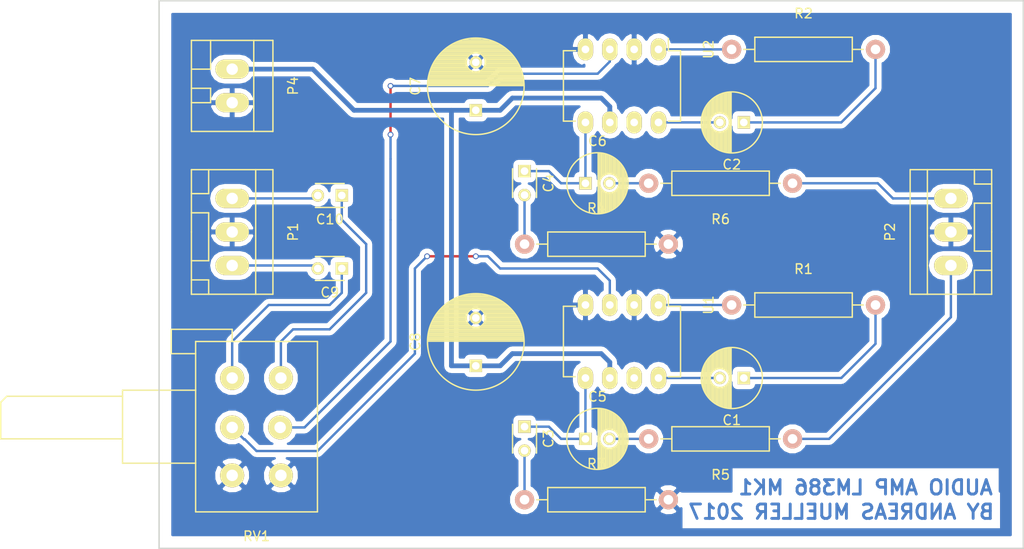
<source format=kicad_pcb>
(kicad_pcb (version 4) (host pcbnew 4.0.2+dfsg1-stable)

  (general
    (links 38)
    (no_connects 0)
    (area 72.114999 71.044999 179.075001 128.345001)
    (thickness 1.6)
    (drawings 6)
    (tracks 90)
    (zones 0)
    (modules 22)
    (nets 23)
  )

  (page A4)
  (layers
    (0 F.Cu signal)
    (31 B.Cu signal)
    (32 B.Adhes user)
    (33 F.Adhes user)
    (34 B.Paste user)
    (35 F.Paste user)
    (36 B.SilkS user)
    (37 F.SilkS user)
    (38 B.Mask user)
    (39 F.Mask user)
    (40 Dwgs.User user)
    (41 Cmts.User user)
    (42 Eco1.User user)
    (43 Eco2.User user)
    (44 Edge.Cuts user)
    (45 Margin user)
    (46 B.CrtYd user)
    (47 F.CrtYd user)
    (48 B.Fab user)
    (49 F.Fab user)
  )

  (setup
    (last_trace_width 0.25)
    (trace_clearance 0.2)
    (zone_clearance 0.508)
    (zone_45_only no)
    (trace_min 0.2)
    (segment_width 0.2)
    (edge_width 0.15)
    (via_size 0.6)
    (via_drill 0.4)
    (via_min_size 0.4)
    (via_min_drill 0.3)
    (uvia_size 0.3)
    (uvia_drill 0.1)
    (uvias_allowed no)
    (uvia_min_size 0.2)
    (uvia_min_drill 0.1)
    (pcb_text_width 0.3)
    (pcb_text_size 1.5 1.5)
    (mod_edge_width 0.15)
    (mod_text_size 1 1)
    (mod_text_width 0.15)
    (pad_size 1.524 1.524)
    (pad_drill 0.762)
    (pad_to_mask_clearance 0.2)
    (aux_axis_origin 0 0)
    (visible_elements FFFFFF7F)
    (pcbplotparams
      (layerselection 0x00030_80000001)
      (usegerberextensions false)
      (excludeedgelayer true)
      (linewidth 0.100000)
      (plotframeref false)
      (viasonmask false)
      (mode 1)
      (useauxorigin false)
      (hpglpennumber 1)
      (hpglpenspeed 20)
      (hpglpendiameter 15)
      (hpglpenoverlay 2)
      (psnegative false)
      (psa4output false)
      (plotreference true)
      (plotvalue true)
      (plotinvisibletext false)
      (padsonsilk false)
      (subtractmaskfromsilk false)
      (outputformat 1)
      (mirror false)
      (drillshape 1)
      (scaleselection 1)
      (outputdirectory ""))
  )

  (net 0 "")
  (net 1 "Net-(C1-Pad1)")
  (net 2 "Net-(C1-Pad2)")
  (net 3 "Net-(C2-Pad1)")
  (net 4 "Net-(C2-Pad2)")
  (net 5 "Net-(C3-Pad1)")
  (net 6 "Net-(C3-Pad2)")
  (net 7 "Net-(C4-Pad1)")
  (net 8 "Net-(C4-Pad2)")
  (net 9 "Net-(C5-Pad2)")
  (net 10 "Net-(C6-Pad2)")
  (net 11 +9V)
  (net 12 GND)
  (net 13 "Net-(C9-Pad1)")
  (net 14 "Net-(C9-Pad2)")
  (net 15 "Net-(C10-Pad1)")
  (net 16 "Net-(C10-Pad2)")
  (net 17 "Net-(R1-Pad1)")
  (net 18 "Net-(R2-Pad1)")
  (net 19 "Net-(P2-Pad1)")
  (net 20 "Net-(P2-Pad3)")
  (net 21 "Net-(RV1-Pad22)")
  (net 22 "Net-(RV1-Pad12)")

  (net_class Default "This is the default net class."
    (clearance 0.2)
    (trace_width 0.25)
    (via_dia 0.6)
    (via_drill 0.4)
    (uvia_dia 0.3)
    (uvia_drill 0.1)
    (add_net GND)
    (add_net "Net-(C1-Pad1)")
    (add_net "Net-(C1-Pad2)")
    (add_net "Net-(C10-Pad1)")
    (add_net "Net-(C10-Pad2)")
    (add_net "Net-(C2-Pad1)")
    (add_net "Net-(C2-Pad2)")
    (add_net "Net-(C3-Pad1)")
    (add_net "Net-(C3-Pad2)")
    (add_net "Net-(C4-Pad1)")
    (add_net "Net-(C4-Pad2)")
    (add_net "Net-(C5-Pad2)")
    (add_net "Net-(C6-Pad2)")
    (add_net "Net-(C9-Pad1)")
    (add_net "Net-(C9-Pad2)")
    (add_net "Net-(P2-Pad1)")
    (add_net "Net-(P2-Pad3)")
    (add_net "Net-(R1-Pad1)")
    (add_net "Net-(R2-Pad1)")
    (add_net "Net-(RV1-Pad12)")
    (add_net "Net-(RV1-Pad22)")
  )

  (net_class Power ""
    (clearance 0.2)
    (trace_width 0.5)
    (via_dia 0.8)
    (via_drill 0.5)
    (uvia_dia 0.4)
    (uvia_drill 0.2)
    (add_net +9V)
  )

  (module Capacitors_ThroughHole:C_Radial_D10_L25_P5 (layer F.Cu) (tedit 0) (tstamp 58FFB88C)
    (at 121.92 109.22 90)
    (descr "Radial Electrolytic Capacitor Diameter 10mm x Length 25mm, Pitch 5mm")
    (tags "Electrolytic Capacitor")
    (path /58CB51AF)
    (fp_text reference C8 (at 2.5 -6.3 90) (layer F.SilkS)
      (effects (font (size 1 1) (thickness 0.15)))
    )
    (fp_text value 10u (at 2.5 6.3 90) (layer F.Fab)
      (effects (font (size 1 1) (thickness 0.15)))
    )
    (fp_line (start 2.575 -4.999) (end 2.575 4.999) (layer F.SilkS) (width 0.15))
    (fp_line (start 2.715 -4.995) (end 2.715 4.995) (layer F.SilkS) (width 0.15))
    (fp_line (start 2.855 -4.987) (end 2.855 4.987) (layer F.SilkS) (width 0.15))
    (fp_line (start 2.995 -4.975) (end 2.995 4.975) (layer F.SilkS) (width 0.15))
    (fp_line (start 3.135 -4.96) (end 3.135 4.96) (layer F.SilkS) (width 0.15))
    (fp_line (start 3.275 -4.94) (end 3.275 4.94) (layer F.SilkS) (width 0.15))
    (fp_line (start 3.415 -4.916) (end 3.415 4.916) (layer F.SilkS) (width 0.15))
    (fp_line (start 3.555 -4.887) (end 3.555 4.887) (layer F.SilkS) (width 0.15))
    (fp_line (start 3.695 -4.855) (end 3.695 4.855) (layer F.SilkS) (width 0.15))
    (fp_line (start 3.835 -4.818) (end 3.835 4.818) (layer F.SilkS) (width 0.15))
    (fp_line (start 3.975 -4.777) (end 3.975 4.777) (layer F.SilkS) (width 0.15))
    (fp_line (start 4.115 -4.732) (end 4.115 -0.466) (layer F.SilkS) (width 0.15))
    (fp_line (start 4.115 0.466) (end 4.115 4.732) (layer F.SilkS) (width 0.15))
    (fp_line (start 4.255 -4.682) (end 4.255 -0.667) (layer F.SilkS) (width 0.15))
    (fp_line (start 4.255 0.667) (end 4.255 4.682) (layer F.SilkS) (width 0.15))
    (fp_line (start 4.395 -4.627) (end 4.395 -0.796) (layer F.SilkS) (width 0.15))
    (fp_line (start 4.395 0.796) (end 4.395 4.627) (layer F.SilkS) (width 0.15))
    (fp_line (start 4.535 -4.567) (end 4.535 -0.885) (layer F.SilkS) (width 0.15))
    (fp_line (start 4.535 0.885) (end 4.535 4.567) (layer F.SilkS) (width 0.15))
    (fp_line (start 4.675 -4.502) (end 4.675 -0.946) (layer F.SilkS) (width 0.15))
    (fp_line (start 4.675 0.946) (end 4.675 4.502) (layer F.SilkS) (width 0.15))
    (fp_line (start 4.815 -4.432) (end 4.815 -0.983) (layer F.SilkS) (width 0.15))
    (fp_line (start 4.815 0.983) (end 4.815 4.432) (layer F.SilkS) (width 0.15))
    (fp_line (start 4.955 -4.356) (end 4.955 -0.999) (layer F.SilkS) (width 0.15))
    (fp_line (start 4.955 0.999) (end 4.955 4.356) (layer F.SilkS) (width 0.15))
    (fp_line (start 5.095 -4.274) (end 5.095 -0.995) (layer F.SilkS) (width 0.15))
    (fp_line (start 5.095 0.995) (end 5.095 4.274) (layer F.SilkS) (width 0.15))
    (fp_line (start 5.235 -4.186) (end 5.235 -0.972) (layer F.SilkS) (width 0.15))
    (fp_line (start 5.235 0.972) (end 5.235 4.186) (layer F.SilkS) (width 0.15))
    (fp_line (start 5.375 -4.091) (end 5.375 -0.927) (layer F.SilkS) (width 0.15))
    (fp_line (start 5.375 0.927) (end 5.375 4.091) (layer F.SilkS) (width 0.15))
    (fp_line (start 5.515 -3.989) (end 5.515 -0.857) (layer F.SilkS) (width 0.15))
    (fp_line (start 5.515 0.857) (end 5.515 3.989) (layer F.SilkS) (width 0.15))
    (fp_line (start 5.655 -3.879) (end 5.655 -0.756) (layer F.SilkS) (width 0.15))
    (fp_line (start 5.655 0.756) (end 5.655 3.879) (layer F.SilkS) (width 0.15))
    (fp_line (start 5.795 -3.761) (end 5.795 -0.607) (layer F.SilkS) (width 0.15))
    (fp_line (start 5.795 0.607) (end 5.795 3.761) (layer F.SilkS) (width 0.15))
    (fp_line (start 5.935 -3.633) (end 5.935 -0.355) (layer F.SilkS) (width 0.15))
    (fp_line (start 5.935 0.355) (end 5.935 3.633) (layer F.SilkS) (width 0.15))
    (fp_line (start 6.075 -3.496) (end 6.075 3.496) (layer F.SilkS) (width 0.15))
    (fp_line (start 6.215 -3.346) (end 6.215 3.346) (layer F.SilkS) (width 0.15))
    (fp_line (start 6.355 -3.184) (end 6.355 3.184) (layer F.SilkS) (width 0.15))
    (fp_line (start 6.495 -3.007) (end 6.495 3.007) (layer F.SilkS) (width 0.15))
    (fp_line (start 6.635 -2.811) (end 6.635 2.811) (layer F.SilkS) (width 0.15))
    (fp_line (start 6.775 -2.593) (end 6.775 2.593) (layer F.SilkS) (width 0.15))
    (fp_line (start 6.915 -2.347) (end 6.915 2.347) (layer F.SilkS) (width 0.15))
    (fp_line (start 7.055 -2.062) (end 7.055 2.062) (layer F.SilkS) (width 0.15))
    (fp_line (start 7.195 -1.72) (end 7.195 1.72) (layer F.SilkS) (width 0.15))
    (fp_line (start 7.335 -1.274) (end 7.335 1.274) (layer F.SilkS) (width 0.15))
    (fp_line (start 7.475 -0.499) (end 7.475 0.499) (layer F.SilkS) (width 0.15))
    (fp_circle (center 5 0) (end 5 -1) (layer F.SilkS) (width 0.15))
    (fp_circle (center 2.5 0) (end 2.5 -5.0375) (layer F.SilkS) (width 0.15))
    (fp_circle (center 2.5 0) (end 2.5 -5.3) (layer F.CrtYd) (width 0.05))
    (pad 1 thru_hole rect (at 0 0 90) (size 1.3 1.3) (drill 0.8) (layers *.Cu *.Mask F.SilkS)
      (net 11 +9V))
    (pad 2 thru_hole circle (at 5 0 90) (size 1.3 1.3) (drill 0.8) (layers *.Cu *.Mask F.SilkS)
      (net 12 GND))
    (model Capacitors_ThroughHole.3dshapes/C_Radial_D10_L25_P5.wrl
      (at (xyz 0.0984252 0 0))
      (scale (xyz 1 1 1))
      (rotate (xyz 0 0 90))
    )
  )

  (module Capacitors_ThroughHole:C_Disc_D3_P2.5 (layer F.Cu) (tedit 0) (tstamp 58D1AFFD)
    (at 127 115.57 270)
    (descr "Capacitor 3mm Disc, Pitch 2.5mm")
    (tags Capacitor)
    (path /58CB074B)
    (fp_text reference C3 (at 1.25 -2.5 270) (layer F.SilkS)
      (effects (font (size 1 1) (thickness 0.15)))
    )
    (fp_text value 47n (at 1.25 2.5 270) (layer F.Fab)
      (effects (font (size 1 1) (thickness 0.15)))
    )
    (fp_line (start -0.9 -1.5) (end 3.4 -1.5) (layer F.CrtYd) (width 0.05))
    (fp_line (start 3.4 -1.5) (end 3.4 1.5) (layer F.CrtYd) (width 0.05))
    (fp_line (start 3.4 1.5) (end -0.9 1.5) (layer F.CrtYd) (width 0.05))
    (fp_line (start -0.9 1.5) (end -0.9 -1.5) (layer F.CrtYd) (width 0.05))
    (fp_line (start -0.25 -1.25) (end 2.75 -1.25) (layer F.SilkS) (width 0.15))
    (fp_line (start 2.75 1.25) (end -0.25 1.25) (layer F.SilkS) (width 0.15))
    (pad 1 thru_hole rect (at 0 0 270) (size 1.3 1.3) (drill 0.8) (layers *.Cu *.Mask F.SilkS)
      (net 5 "Net-(C3-Pad1)"))
    (pad 2 thru_hole circle (at 2.5 0 270) (size 1.3 1.3) (drill 0.8001) (layers *.Cu *.Mask F.SilkS)
      (net 6 "Net-(C3-Pad2)"))
    (model Capacitors_ThroughHole.3dshapes/C_Disc_D3_P2.5.wrl
      (at (xyz 0.0492126 0 0))
      (scale (xyz 1 1 1))
      (rotate (xyz 0 0 0))
    )
  )

  (module Capacitors_ThroughHole:C_Disc_D3_P2.5 (layer F.Cu) (tedit 0) (tstamp 58D1B009)
    (at 127 88.9 270)
    (descr "Capacitor 3mm Disc, Pitch 2.5mm")
    (tags Capacitor)
    (path /58CB079E)
    (fp_text reference C4 (at 1.25 -2.5 270) (layer F.SilkS)
      (effects (font (size 1 1) (thickness 0.15)))
    )
    (fp_text value 47n (at 1.25 2.5 270) (layer F.Fab)
      (effects (font (size 1 1) (thickness 0.15)))
    )
    (fp_line (start -0.9 -1.5) (end 3.4 -1.5) (layer F.CrtYd) (width 0.05))
    (fp_line (start 3.4 -1.5) (end 3.4 1.5) (layer F.CrtYd) (width 0.05))
    (fp_line (start 3.4 1.5) (end -0.9 1.5) (layer F.CrtYd) (width 0.05))
    (fp_line (start -0.9 1.5) (end -0.9 -1.5) (layer F.CrtYd) (width 0.05))
    (fp_line (start -0.25 -1.25) (end 2.75 -1.25) (layer F.SilkS) (width 0.15))
    (fp_line (start 2.75 1.25) (end -0.25 1.25) (layer F.SilkS) (width 0.15))
    (pad 1 thru_hole rect (at 0 0 270) (size 1.3 1.3) (drill 0.8) (layers *.Cu *.Mask F.SilkS)
      (net 7 "Net-(C4-Pad1)"))
    (pad 2 thru_hole circle (at 2.5 0 270) (size 1.3 1.3) (drill 0.8001) (layers *.Cu *.Mask F.SilkS)
      (net 8 "Net-(C4-Pad2)"))
    (model Capacitors_ThroughHole.3dshapes/C_Disc_D3_P2.5.wrl
      (at (xyz 0.0492126 0 0))
      (scale (xyz 1 1 1))
      (rotate (xyz 0 0 0))
    )
  )

  (module Capacitors_ThroughHole:C_Disc_D3_P2.5 (layer F.Cu) (tedit 0) (tstamp 58D1B101)
    (at 107.95 99.06 180)
    (descr "Capacitor 3mm Disc, Pitch 2.5mm")
    (tags Capacitor)
    (path /58CC6DB9)
    (fp_text reference C9 (at 1.25 -2.5 180) (layer F.SilkS)
      (effects (font (size 1 1) (thickness 0.15)))
    )
    (fp_text value 470n (at 1.25 2.5 180) (layer F.Fab)
      (effects (font (size 1 1) (thickness 0.15)))
    )
    (fp_line (start -0.9 -1.5) (end 3.4 -1.5) (layer F.CrtYd) (width 0.05))
    (fp_line (start 3.4 -1.5) (end 3.4 1.5) (layer F.CrtYd) (width 0.05))
    (fp_line (start 3.4 1.5) (end -0.9 1.5) (layer F.CrtYd) (width 0.05))
    (fp_line (start -0.9 1.5) (end -0.9 -1.5) (layer F.CrtYd) (width 0.05))
    (fp_line (start -0.25 -1.25) (end 2.75 -1.25) (layer F.SilkS) (width 0.15))
    (fp_line (start 2.75 1.25) (end -0.25 1.25) (layer F.SilkS) (width 0.15))
    (pad 1 thru_hole rect (at 0 0 180) (size 1.3 1.3) (drill 0.8) (layers *.Cu *.Mask F.SilkS)
      (net 13 "Net-(C9-Pad1)"))
    (pad 2 thru_hole circle (at 2.5 0 180) (size 1.3 1.3) (drill 0.8001) (layers *.Cu *.Mask F.SilkS)
      (net 14 "Net-(C9-Pad2)"))
    (model Capacitors_ThroughHole.3dshapes/C_Disc_D3_P2.5.wrl
      (at (xyz 0.0492126 0 0))
      (scale (xyz 1 1 1))
      (rotate (xyz 0 0 0))
    )
  )

  (module Capacitors_ThroughHole:C_Disc_D3_P2.5 (layer F.Cu) (tedit 0) (tstamp 58D1B10D)
    (at 107.95 91.44 180)
    (descr "Capacitor 3mm Disc, Pitch 2.5mm")
    (tags Capacitor)
    (path /58CC6E50)
    (fp_text reference C10 (at 1.25 -2.5 180) (layer F.SilkS)
      (effects (font (size 1 1) (thickness 0.15)))
    )
    (fp_text value 470n (at 1.25 2.5 180) (layer F.Fab)
      (effects (font (size 1 1) (thickness 0.15)))
    )
    (fp_line (start -0.9 -1.5) (end 3.4 -1.5) (layer F.CrtYd) (width 0.05))
    (fp_line (start 3.4 -1.5) (end 3.4 1.5) (layer F.CrtYd) (width 0.05))
    (fp_line (start 3.4 1.5) (end -0.9 1.5) (layer F.CrtYd) (width 0.05))
    (fp_line (start -0.9 1.5) (end -0.9 -1.5) (layer F.CrtYd) (width 0.05))
    (fp_line (start -0.25 -1.25) (end 2.75 -1.25) (layer F.SilkS) (width 0.15))
    (fp_line (start 2.75 1.25) (end -0.25 1.25) (layer F.SilkS) (width 0.15))
    (pad 1 thru_hole rect (at 0 0 180) (size 1.3 1.3) (drill 0.8) (layers *.Cu *.Mask F.SilkS)
      (net 15 "Net-(C10-Pad1)"))
    (pad 2 thru_hole circle (at 2.5 0 180) (size 1.3 1.3) (drill 0.8001) (layers *.Cu *.Mask F.SilkS)
      (net 16 "Net-(C10-Pad2)"))
    (model Capacitors_ThroughHole.3dshapes/C_Disc_D3_P2.5.wrl
      (at (xyz 0.0492126 0 0))
      (scale (xyz 1 1 1))
      (rotate (xyz 0 0 0))
    )
  )

  (module Sockets_WAGO734:WAGO_734_3pin_Straight_RuggedPads (layer F.Cu) (tedit 0) (tstamp 58D1B121)
    (at 96.52 95.25 270)
    (descr "WAGO, Serie 734, Socket, Stiftleiste, 3 polig, 3 pin, rugged Pads, straight, gerade, Date 05Jul2010,")
    (tags "WAGO, Serie 734, Socket, Stiftleiste, 3 polig, 3 pin, rugged Pads, straight, gerade, Date 05Jul2010,")
    (path /58CC8278)
    (fp_text reference P1 (at 0 -6.35 270) (layer F.SilkS)
      (effects (font (size 1 1) (thickness 0.15)))
    )
    (fp_text value CONN_01X03 (at 0 6.35 270) (layer F.Fab)
      (effects (font (size 1 1) (thickness 0.15)))
    )
    (fp_line (start -6.49986 -2.4511) (end 6.49986 -2.4511) (layer F.SilkS) (width 0.15))
    (fp_line (start 5.00126 4.24942) (end 5.00126 2.4511) (layer F.SilkS) (width 0.15))
    (fp_line (start 5.00126 2.4511) (end 6.49986 2.4511) (layer F.SilkS) (width 0.15))
    (fp_line (start -1.99898 4.24942) (end -1.99898 2.4511) (layer F.SilkS) (width 0.15))
    (fp_line (start -1.99898 2.4511) (end 2.99974 2.4511) (layer F.SilkS) (width 0.15))
    (fp_line (start 2.99974 2.4511) (end 2.99974 4.24942) (layer F.SilkS) (width 0.15))
    (fp_line (start -6.49986 2.4511) (end -4.0005 2.4511) (layer F.SilkS) (width 0.15))
    (fp_line (start -4.0005 2.4511) (end -4.0005 4.24942) (layer F.SilkS) (width 0.15))
    (fp_line (start 0 4.24942) (end -6.49986 4.24942) (layer F.SilkS) (width 0.15))
    (fp_line (start -6.49986 4.24942) (end -6.49986 -4.24942) (layer F.SilkS) (width 0.15))
    (fp_line (start -6.49986 -4.24942) (end 6.49986 -4.24942) (layer F.SilkS) (width 0.15))
    (fp_line (start 6.49986 -4.24942) (end 6.49986 4.24942) (layer F.SilkS) (width 0.15))
    (fp_line (start 6.49986 4.24942) (end 0 4.24942) (layer F.SilkS) (width 0.15))
    (pad 2 thru_hole oval (at 0 0 270) (size 1.99898 3.50012) (drill 1.19888) (layers *.Cu *.Mask F.SilkS)
      (net 12 GND))
    (pad 1 thru_hole oval (at -3.50012 0 270) (size 1.99898 3.50012) (drill 1.19888) (layers *.Cu *.Mask F.SilkS)
      (net 16 "Net-(C10-Pad2)"))
    (pad 3 thru_hole oval (at 3.50012 0 270) (size 1.99898 3.50012) (drill 1.19888) (layers *.Cu *.Mask F.SilkS)
      (net 14 "Net-(C9-Pad2)"))
  )

  (module Sockets_WAGO734:WAGO_734_3pin_Straight_RuggedPads (layer F.Cu) (tedit 0) (tstamp 58D1B135)
    (at 171.45 95.25 90)
    (descr "WAGO, Serie 734, Socket, Stiftleiste, 3 polig, 3 pin, rugged Pads, straight, gerade, Date 05Jul2010,")
    (tags "WAGO, Serie 734, Socket, Stiftleiste, 3 polig, 3 pin, rugged Pads, straight, gerade, Date 05Jul2010,")
    (path /58CC82F0)
    (fp_text reference P2 (at 0 -6.35 90) (layer F.SilkS)
      (effects (font (size 1 1) (thickness 0.15)))
    )
    (fp_text value CONN_01X03 (at 0 6.35 90) (layer F.Fab)
      (effects (font (size 1 1) (thickness 0.15)))
    )
    (fp_line (start -6.49986 -2.4511) (end 6.49986 -2.4511) (layer F.SilkS) (width 0.15))
    (fp_line (start 5.00126 4.24942) (end 5.00126 2.4511) (layer F.SilkS) (width 0.15))
    (fp_line (start 5.00126 2.4511) (end 6.49986 2.4511) (layer F.SilkS) (width 0.15))
    (fp_line (start -1.99898 4.24942) (end -1.99898 2.4511) (layer F.SilkS) (width 0.15))
    (fp_line (start -1.99898 2.4511) (end 2.99974 2.4511) (layer F.SilkS) (width 0.15))
    (fp_line (start 2.99974 2.4511) (end 2.99974 4.24942) (layer F.SilkS) (width 0.15))
    (fp_line (start -6.49986 2.4511) (end -4.0005 2.4511) (layer F.SilkS) (width 0.15))
    (fp_line (start -4.0005 2.4511) (end -4.0005 4.24942) (layer F.SilkS) (width 0.15))
    (fp_line (start 0 4.24942) (end -6.49986 4.24942) (layer F.SilkS) (width 0.15))
    (fp_line (start -6.49986 4.24942) (end -6.49986 -4.24942) (layer F.SilkS) (width 0.15))
    (fp_line (start -6.49986 -4.24942) (end 6.49986 -4.24942) (layer F.SilkS) (width 0.15))
    (fp_line (start 6.49986 -4.24942) (end 6.49986 4.24942) (layer F.SilkS) (width 0.15))
    (fp_line (start 6.49986 4.24942) (end 0 4.24942) (layer F.SilkS) (width 0.15))
    (pad 2 thru_hole oval (at 0 0 90) (size 1.99898 3.50012) (drill 1.19888) (layers *.Cu *.Mask F.SilkS)
      (net 12 GND))
    (pad 1 thru_hole oval (at -3.50012 0 90) (size 1.99898 3.50012) (drill 1.19888) (layers *.Cu *.Mask F.SilkS)
      (net 19 "Net-(P2-Pad1)"))
    (pad 3 thru_hole oval (at 3.50012 0 90) (size 1.99898 3.50012) (drill 1.19888) (layers *.Cu *.Mask F.SilkS)
      (net 20 "Net-(P2-Pad3)"))
  )

  (module Sockets_WAGO734:WAGO_734_2pin_Straight_RuggedPads (layer F.Cu) (tedit 0) (tstamp 58D1B145)
    (at 96.52 80.01 270)
    (descr "WAGO, Serie 734, Socket, Stiftleiste, 2 polig, 2 pin, rugged Pads, straight, gerade, Date 05Jul2010,")
    (tags "WAGO, Serie 734, Socket, Stiftleiste, 2 polig, 2 pin, rugged Pads, straight, gerade, Date 05Jul2010,")
    (path /58CB2270)
    (fp_text reference P4 (at 0 -6.35 270) (layer F.SilkS)
      (effects (font (size 1 1) (thickness 0.15)))
    )
    (fp_text value CONN_01X02 (at 0 6.35 270) (layer F.Fab)
      (effects (font (size 1 1) (thickness 0.15)))
    )
    (fp_line (start -4.7498 -2.25044) (end 4.7498 -2.25044) (layer F.SilkS) (width 0.15))
    (fp_line (start 0.24892 4.24942) (end 0.24892 2.25044) (layer F.SilkS) (width 0.15))
    (fp_line (start 0.24892 2.25044) (end 1.75006 2.25044) (layer F.SilkS) (width 0.15))
    (fp_line (start 1.75006 2.25044) (end 1.75006 4.24942) (layer F.SilkS) (width 0.15))
    (fp_line (start -4.7498 2.25044) (end -1.75006 2.25044) (layer F.SilkS) (width 0.15))
    (fp_line (start -1.75006 2.25044) (end -1.75006 4.20116) (layer F.SilkS) (width 0.15))
    (fp_line (start 4.7498 4.24942) (end 4.7498 -4.24942) (layer F.SilkS) (width 0.15))
    (fp_line (start 4.7498 -4.24942) (end -4.7498 -4.24942) (layer F.SilkS) (width 0.15))
    (fp_line (start -4.7498 -4.24942) (end -4.7498 4.24942) (layer F.SilkS) (width 0.15))
    (fp_line (start -4.7498 4.24942) (end 4.7498 4.24942) (layer F.SilkS) (width 0.15))
    (pad 2 thru_hole oval (at 1.75006 0 270) (size 1.99898 3.50012) (drill 1.19888) (layers *.Cu *.Mask F.SilkS)
      (net 12 GND))
    (pad 1 thru_hole oval (at -1.75006 0 270) (size 1.99898 3.50012) (drill 1.19888) (layers *.Cu *.Mask F.SilkS)
      (net 11 +9V))
  )

  (module Resistors_ThroughHole:Resistor_Horizontal_RM15mm (layer F.Cu) (tedit 569FCEE8) (tstamp 58D1B155)
    (at 148.59 102.87)
    (descr "Resistor, Axial, RM 15mm,")
    (tags "Resistor Axial RM 15mm")
    (path /58CB116B)
    (fp_text reference R1 (at 7.5 -3.74904) (layer F.SilkS)
      (effects (font (size 1 1) (thickness 0.15)))
    )
    (fp_text value R (at 7.5 4.0005) (layer F.Fab)
      (effects (font (size 1 1) (thickness 0.15)))
    )
    (fp_line (start -1.25 1.5) (end -1.25 -1.5) (layer F.CrtYd) (width 0.05))
    (fp_line (start -1.25 -1.5) (end 16.25 -1.5) (layer F.CrtYd) (width 0.05))
    (fp_line (start 16.25 -1.5) (end 16.25 1.5) (layer F.CrtYd) (width 0.05))
    (fp_line (start 16.25 1.5) (end -1.25 1.5) (layer F.CrtYd) (width 0.05))
    (fp_line (start 2.42 -1.27) (end 2.42 1.27) (layer F.SilkS) (width 0.15))
    (fp_line (start 2.42 1.27) (end 12.58 1.27) (layer F.SilkS) (width 0.15))
    (fp_line (start 12.58 1.27) (end 12.58 -1.27) (layer F.SilkS) (width 0.15))
    (fp_line (start 12.58 -1.27) (end 2.42 -1.27) (layer F.SilkS) (width 0.15))
    (fp_line (start 13.73 0) (end 12.58 0) (layer F.SilkS) (width 0.15))
    (fp_line (start 1.27 0) (end 2.42 0) (layer F.SilkS) (width 0.15))
    (pad 1 thru_hole circle (at 0 0) (size 1.99898 1.99898) (drill 1.00076) (layers *.Cu *.SilkS *.Mask)
      (net 17 "Net-(R1-Pad1)"))
    (pad 2 thru_hole circle (at 15 0) (size 1.99898 1.99898) (drill 1.00076) (layers *.Cu *.SilkS *.Mask)
      (net 1 "Net-(C1-Pad1)"))
    (model Resistors_ThroughHole.3dshapes/Resistor_Horizontal_RM15mm.wrl
      (at (xyz 0 0 0))
      (scale (xyz 0.4 0.4 0.4))
      (rotate (xyz 0 0 0))
    )
  )

  (module Resistors_ThroughHole:Resistor_Horizontal_RM15mm (layer F.Cu) (tedit 569FCEE8) (tstamp 58D1B165)
    (at 148.59 76.2)
    (descr "Resistor, Axial, RM 15mm,")
    (tags "Resistor Axial RM 15mm")
    (path /58CB12CB)
    (fp_text reference R2 (at 7.5 -3.74904) (layer F.SilkS)
      (effects (font (size 1 1) (thickness 0.15)))
    )
    (fp_text value R (at 7.5 4.0005) (layer F.Fab)
      (effects (font (size 1 1) (thickness 0.15)))
    )
    (fp_line (start -1.25 1.5) (end -1.25 -1.5) (layer F.CrtYd) (width 0.05))
    (fp_line (start -1.25 -1.5) (end 16.25 -1.5) (layer F.CrtYd) (width 0.05))
    (fp_line (start 16.25 -1.5) (end 16.25 1.5) (layer F.CrtYd) (width 0.05))
    (fp_line (start 16.25 1.5) (end -1.25 1.5) (layer F.CrtYd) (width 0.05))
    (fp_line (start 2.42 -1.27) (end 2.42 1.27) (layer F.SilkS) (width 0.15))
    (fp_line (start 2.42 1.27) (end 12.58 1.27) (layer F.SilkS) (width 0.15))
    (fp_line (start 12.58 1.27) (end 12.58 -1.27) (layer F.SilkS) (width 0.15))
    (fp_line (start 12.58 -1.27) (end 2.42 -1.27) (layer F.SilkS) (width 0.15))
    (fp_line (start 13.73 0) (end 12.58 0) (layer F.SilkS) (width 0.15))
    (fp_line (start 1.27 0) (end 2.42 0) (layer F.SilkS) (width 0.15))
    (pad 1 thru_hole circle (at 0 0) (size 1.99898 1.99898) (drill 1.00076) (layers *.Cu *.SilkS *.Mask)
      (net 18 "Net-(R2-Pad1)"))
    (pad 2 thru_hole circle (at 15 0) (size 1.99898 1.99898) (drill 1.00076) (layers *.Cu *.SilkS *.Mask)
      (net 3 "Net-(C2-Pad1)"))
    (model Resistors_ThroughHole.3dshapes/Resistor_Horizontal_RM15mm.wrl
      (at (xyz 0 0 0))
      (scale (xyz 0.4 0.4 0.4))
      (rotate (xyz 0 0 0))
    )
  )

  (module Resistors_ThroughHole:Resistor_Horizontal_RM15mm (layer F.Cu) (tedit 569FCEE8) (tstamp 58D1B175)
    (at 127 123.19)
    (descr "Resistor, Axial, RM 15mm,")
    (tags "Resistor Axial RM 15mm")
    (path /58CB07ED)
    (fp_text reference R3 (at 7.5 -3.74904) (layer F.SilkS)
      (effects (font (size 1 1) (thickness 0.15)))
    )
    (fp_text value 10 (at 7.5 4.0005) (layer F.Fab)
      (effects (font (size 1 1) (thickness 0.15)))
    )
    (fp_line (start -1.25 1.5) (end -1.25 -1.5) (layer F.CrtYd) (width 0.05))
    (fp_line (start -1.25 -1.5) (end 16.25 -1.5) (layer F.CrtYd) (width 0.05))
    (fp_line (start 16.25 -1.5) (end 16.25 1.5) (layer F.CrtYd) (width 0.05))
    (fp_line (start 16.25 1.5) (end -1.25 1.5) (layer F.CrtYd) (width 0.05))
    (fp_line (start 2.42 -1.27) (end 2.42 1.27) (layer F.SilkS) (width 0.15))
    (fp_line (start 2.42 1.27) (end 12.58 1.27) (layer F.SilkS) (width 0.15))
    (fp_line (start 12.58 1.27) (end 12.58 -1.27) (layer F.SilkS) (width 0.15))
    (fp_line (start 12.58 -1.27) (end 2.42 -1.27) (layer F.SilkS) (width 0.15))
    (fp_line (start 13.73 0) (end 12.58 0) (layer F.SilkS) (width 0.15))
    (fp_line (start 1.27 0) (end 2.42 0) (layer F.SilkS) (width 0.15))
    (pad 1 thru_hole circle (at 0 0) (size 1.99898 1.99898) (drill 1.00076) (layers *.Cu *.SilkS *.Mask)
      (net 6 "Net-(C3-Pad2)"))
    (pad 2 thru_hole circle (at 15 0) (size 1.99898 1.99898) (drill 1.00076) (layers *.Cu *.SilkS *.Mask)
      (net 12 GND))
    (model Resistors_ThroughHole.3dshapes/Resistor_Horizontal_RM15mm.wrl
      (at (xyz 0 0 0))
      (scale (xyz 0.4 0.4 0.4))
      (rotate (xyz 0 0 0))
    )
  )

  (module Resistors_ThroughHole:Resistor_Horizontal_RM15mm (layer F.Cu) (tedit 569FCEE8) (tstamp 58D1B185)
    (at 127 96.52)
    (descr "Resistor, Axial, RM 15mm,")
    (tags "Resistor Axial RM 15mm")
    (path /58CB0835)
    (fp_text reference R4 (at 7.5 -3.74904) (layer F.SilkS)
      (effects (font (size 1 1) (thickness 0.15)))
    )
    (fp_text value 10 (at 7.5 4.0005) (layer F.Fab)
      (effects (font (size 1 1) (thickness 0.15)))
    )
    (fp_line (start -1.25 1.5) (end -1.25 -1.5) (layer F.CrtYd) (width 0.05))
    (fp_line (start -1.25 -1.5) (end 16.25 -1.5) (layer F.CrtYd) (width 0.05))
    (fp_line (start 16.25 -1.5) (end 16.25 1.5) (layer F.CrtYd) (width 0.05))
    (fp_line (start 16.25 1.5) (end -1.25 1.5) (layer F.CrtYd) (width 0.05))
    (fp_line (start 2.42 -1.27) (end 2.42 1.27) (layer F.SilkS) (width 0.15))
    (fp_line (start 2.42 1.27) (end 12.58 1.27) (layer F.SilkS) (width 0.15))
    (fp_line (start 12.58 1.27) (end 12.58 -1.27) (layer F.SilkS) (width 0.15))
    (fp_line (start 12.58 -1.27) (end 2.42 -1.27) (layer F.SilkS) (width 0.15))
    (fp_line (start 13.73 0) (end 12.58 0) (layer F.SilkS) (width 0.15))
    (fp_line (start 1.27 0) (end 2.42 0) (layer F.SilkS) (width 0.15))
    (pad 1 thru_hole circle (at 0 0) (size 1.99898 1.99898) (drill 1.00076) (layers *.Cu *.SilkS *.Mask)
      (net 8 "Net-(C4-Pad2)"))
    (pad 2 thru_hole circle (at 15 0) (size 1.99898 1.99898) (drill 1.00076) (layers *.Cu *.SilkS *.Mask)
      (net 12 GND))
    (model Resistors_ThroughHole.3dshapes/Resistor_Horizontal_RM15mm.wrl
      (at (xyz 0 0 0))
      (scale (xyz 0.4 0.4 0.4))
      (rotate (xyz 0 0 0))
    )
  )

  (module Housings_DIP:DIP-8_W7.62mm_LongPads (layer F.Cu) (tedit 54130A77) (tstamp 58D1B1BD)
    (at 140.97 102.87 270)
    (descr "8-lead dip package, row spacing 7.62 mm (300 mils), longer pads")
    (tags "dil dip 2.54 300")
    (path /58CB04A4)
    (fp_text reference U1 (at 0 -5.22 270) (layer F.SilkS)
      (effects (font (size 1 1) (thickness 0.15)))
    )
    (fp_text value LM386 (at 0 -3.72 270) (layer F.Fab)
      (effects (font (size 1 1) (thickness 0.15)))
    )
    (fp_line (start -1.4 -2.45) (end -1.4 10.1) (layer F.CrtYd) (width 0.05))
    (fp_line (start 9 -2.45) (end 9 10.1) (layer F.CrtYd) (width 0.05))
    (fp_line (start -1.4 -2.45) (end 9 -2.45) (layer F.CrtYd) (width 0.05))
    (fp_line (start -1.4 10.1) (end 9 10.1) (layer F.CrtYd) (width 0.05))
    (fp_line (start 0.135 -2.295) (end 0.135 -1.025) (layer F.SilkS) (width 0.15))
    (fp_line (start 7.485 -2.295) (end 7.485 -1.025) (layer F.SilkS) (width 0.15))
    (fp_line (start 7.485 9.915) (end 7.485 8.645) (layer F.SilkS) (width 0.15))
    (fp_line (start 0.135 9.915) (end 0.135 8.645) (layer F.SilkS) (width 0.15))
    (fp_line (start 0.135 -2.295) (end 7.485 -2.295) (layer F.SilkS) (width 0.15))
    (fp_line (start 0.135 9.915) (end 7.485 9.915) (layer F.SilkS) (width 0.15))
    (fp_line (start 0.135 -1.025) (end -1.15 -1.025) (layer F.SilkS) (width 0.15))
    (pad 1 thru_hole oval (at 0 0 270) (size 2.3 1.6) (drill 0.8) (layers *.Cu *.Mask F.SilkS)
      (net 17 "Net-(R1-Pad1)"))
    (pad 2 thru_hole oval (at 0 2.54 270) (size 2.3 1.6) (drill 0.8) (layers *.Cu *.Mask F.SilkS)
      (net 12 GND))
    (pad 3 thru_hole oval (at 0 5.08 270) (size 2.3 1.6) (drill 0.8) (layers *.Cu *.Mask F.SilkS)
      (net 22 "Net-(RV1-Pad12)"))
    (pad 4 thru_hole oval (at 0 7.62 270) (size 2.3 1.6) (drill 0.8) (layers *.Cu *.Mask F.SilkS)
      (net 12 GND))
    (pad 5 thru_hole oval (at 7.62 7.62 270) (size 2.3 1.6) (drill 0.8) (layers *.Cu *.Mask F.SilkS)
      (net 5 "Net-(C3-Pad1)"))
    (pad 6 thru_hole oval (at 7.62 5.08 270) (size 2.3 1.6) (drill 0.8) (layers *.Cu *.Mask F.SilkS)
      (net 11 +9V))
    (pad 7 thru_hole oval (at 7.62 2.54 270) (size 2.3 1.6) (drill 0.8) (layers *.Cu *.Mask F.SilkS))
    (pad 8 thru_hole oval (at 7.62 0 270) (size 2.3 1.6) (drill 0.8) (layers *.Cu *.Mask F.SilkS)
      (net 2 "Net-(C1-Pad2)"))
    (model Housings_DIP.3dshapes/DIP-8_W7.62mm_LongPads.wrl
      (at (xyz 0 0 0))
      (scale (xyz 1 1 1))
      (rotate (xyz 0 0 0))
    )
  )

  (module Housings_DIP:DIP-8_W7.62mm_LongPads (layer F.Cu) (tedit 54130A77) (tstamp 58D1B1D4)
    (at 140.97 76.2 270)
    (descr "8-lead dip package, row spacing 7.62 mm (300 mils), longer pads")
    (tags "dil dip 2.54 300")
    (path /58CB050B)
    (fp_text reference U2 (at 0 -5.22 270) (layer F.SilkS)
      (effects (font (size 1 1) (thickness 0.15)))
    )
    (fp_text value LM386 (at 0 -3.72 270) (layer F.Fab)
      (effects (font (size 1 1) (thickness 0.15)))
    )
    (fp_line (start -1.4 -2.45) (end -1.4 10.1) (layer F.CrtYd) (width 0.05))
    (fp_line (start 9 -2.45) (end 9 10.1) (layer F.CrtYd) (width 0.05))
    (fp_line (start -1.4 -2.45) (end 9 -2.45) (layer F.CrtYd) (width 0.05))
    (fp_line (start -1.4 10.1) (end 9 10.1) (layer F.CrtYd) (width 0.05))
    (fp_line (start 0.135 -2.295) (end 0.135 -1.025) (layer F.SilkS) (width 0.15))
    (fp_line (start 7.485 -2.295) (end 7.485 -1.025) (layer F.SilkS) (width 0.15))
    (fp_line (start 7.485 9.915) (end 7.485 8.645) (layer F.SilkS) (width 0.15))
    (fp_line (start 0.135 9.915) (end 0.135 8.645) (layer F.SilkS) (width 0.15))
    (fp_line (start 0.135 -2.295) (end 7.485 -2.295) (layer F.SilkS) (width 0.15))
    (fp_line (start 0.135 9.915) (end 7.485 9.915) (layer F.SilkS) (width 0.15))
    (fp_line (start 0.135 -1.025) (end -1.15 -1.025) (layer F.SilkS) (width 0.15))
    (pad 1 thru_hole oval (at 0 0 270) (size 2.3 1.6) (drill 0.8) (layers *.Cu *.Mask F.SilkS)
      (net 18 "Net-(R2-Pad1)"))
    (pad 2 thru_hole oval (at 0 2.54 270) (size 2.3 1.6) (drill 0.8) (layers *.Cu *.Mask F.SilkS)
      (net 12 GND))
    (pad 3 thru_hole oval (at 0 5.08 270) (size 2.3 1.6) (drill 0.8) (layers *.Cu *.Mask F.SilkS)
      (net 21 "Net-(RV1-Pad22)"))
    (pad 4 thru_hole oval (at 0 7.62 270) (size 2.3 1.6) (drill 0.8) (layers *.Cu *.Mask F.SilkS)
      (net 12 GND))
    (pad 5 thru_hole oval (at 7.62 7.62 270) (size 2.3 1.6) (drill 0.8) (layers *.Cu *.Mask F.SilkS)
      (net 7 "Net-(C4-Pad1)"))
    (pad 6 thru_hole oval (at 7.62 5.08 270) (size 2.3 1.6) (drill 0.8) (layers *.Cu *.Mask F.SilkS)
      (net 11 +9V))
    (pad 7 thru_hole oval (at 7.62 2.54 270) (size 2.3 1.6) (drill 0.8) (layers *.Cu *.Mask F.SilkS))
    (pad 8 thru_hole oval (at 7.62 0 270) (size 2.3 1.6) (drill 0.8) (layers *.Cu *.Mask F.SilkS)
      (net 4 "Net-(C2-Pad2)"))
    (model Housings_DIP.3dshapes/DIP-8_W7.62mm_LongPads.wrl
      (at (xyz 0 0 0))
      (scale (xyz 1 1 1))
      (rotate (xyz 0 0 0))
    )
  )

  (module Resistors_ThroughHole:Resistor_Horizontal_RM15mm (layer F.Cu) (tedit 569FCEE8) (tstamp 58FFA6AB)
    (at 154.94 116.84 180)
    (descr "Resistor, Axial, RM 15mm,")
    (tags "Resistor Axial RM 15mm")
    (path /58FFA6EB)
    (fp_text reference R5 (at 7.5 -3.74904 180) (layer F.SilkS)
      (effects (font (size 1 1) (thickness 0.15)))
    )
    (fp_text value 0.5 (at 7.5 4.0005 180) (layer F.Fab)
      (effects (font (size 1 1) (thickness 0.15)))
    )
    (fp_line (start -1.25 1.5) (end -1.25 -1.5) (layer F.CrtYd) (width 0.05))
    (fp_line (start -1.25 -1.5) (end 16.25 -1.5) (layer F.CrtYd) (width 0.05))
    (fp_line (start 16.25 -1.5) (end 16.25 1.5) (layer F.CrtYd) (width 0.05))
    (fp_line (start 16.25 1.5) (end -1.25 1.5) (layer F.CrtYd) (width 0.05))
    (fp_line (start 2.42 -1.27) (end 2.42 1.27) (layer F.SilkS) (width 0.15))
    (fp_line (start 2.42 1.27) (end 12.58 1.27) (layer F.SilkS) (width 0.15))
    (fp_line (start 12.58 1.27) (end 12.58 -1.27) (layer F.SilkS) (width 0.15))
    (fp_line (start 12.58 -1.27) (end 2.42 -1.27) (layer F.SilkS) (width 0.15))
    (fp_line (start 13.73 0) (end 12.58 0) (layer F.SilkS) (width 0.15))
    (fp_line (start 1.27 0) (end 2.42 0) (layer F.SilkS) (width 0.15))
    (pad 1 thru_hole circle (at 0 0 180) (size 1.99898 1.99898) (drill 1.00076) (layers *.Cu *.SilkS *.Mask)
      (net 19 "Net-(P2-Pad1)"))
    (pad 2 thru_hole circle (at 15 0 180) (size 1.99898 1.99898) (drill 1.00076) (layers *.Cu *.SilkS *.Mask)
      (net 9 "Net-(C5-Pad2)"))
    (model Resistors_ThroughHole.3dshapes/Resistor_Horizontal_RM15mm.wrl
      (at (xyz 0 0 0))
      (scale (xyz 0.4 0.4 0.4))
      (rotate (xyz 0 0 0))
    )
  )

  (module Resistors_ThroughHole:Resistor_Horizontal_RM15mm (layer F.Cu) (tedit 569FCEE8) (tstamp 58FFA6B1)
    (at 154.94 90.17 180)
    (descr "Resistor, Axial, RM 15mm,")
    (tags "Resistor Axial RM 15mm")
    (path /58FFA76C)
    (fp_text reference R6 (at 7.5 -3.74904 180) (layer F.SilkS)
      (effects (font (size 1 1) (thickness 0.15)))
    )
    (fp_text value 0.5 (at 7.5 4.0005 180) (layer F.Fab)
      (effects (font (size 1 1) (thickness 0.15)))
    )
    (fp_line (start -1.25 1.5) (end -1.25 -1.5) (layer F.CrtYd) (width 0.05))
    (fp_line (start -1.25 -1.5) (end 16.25 -1.5) (layer F.CrtYd) (width 0.05))
    (fp_line (start 16.25 -1.5) (end 16.25 1.5) (layer F.CrtYd) (width 0.05))
    (fp_line (start 16.25 1.5) (end -1.25 1.5) (layer F.CrtYd) (width 0.05))
    (fp_line (start 2.42 -1.27) (end 2.42 1.27) (layer F.SilkS) (width 0.15))
    (fp_line (start 2.42 1.27) (end 12.58 1.27) (layer F.SilkS) (width 0.15))
    (fp_line (start 12.58 1.27) (end 12.58 -1.27) (layer F.SilkS) (width 0.15))
    (fp_line (start 12.58 -1.27) (end 2.42 -1.27) (layer F.SilkS) (width 0.15))
    (fp_line (start 13.73 0) (end 12.58 0) (layer F.SilkS) (width 0.15))
    (fp_line (start 1.27 0) (end 2.42 0) (layer F.SilkS) (width 0.15))
    (pad 1 thru_hole circle (at 0 0 180) (size 1.99898 1.99898) (drill 1.00076) (layers *.Cu *.SilkS *.Mask)
      (net 20 "Net-(P2-Pad3)"))
    (pad 2 thru_hole circle (at 15 0 180) (size 1.99898 1.99898) (drill 1.00076) (layers *.Cu *.SilkS *.Mask)
      (net 10 "Net-(C6-Pad2)"))
    (model Resistors_ThroughHole.3dshapes/Resistor_Horizontal_RM15mm.wrl
      (at (xyz 0 0 0))
      (scale (xyz 0.4 0.4 0.4))
      (rotate (xyz 0 0 0))
    )
  )

  (module Capacitors_ThroughHole:C_Radial_D6.3_L11.2_P2.5 (layer F.Cu) (tedit 0) (tstamp 58FFB86E)
    (at 149.86 110.49 180)
    (descr "Radial Electrolytic Capacitor, Diameter 6.3mm x Length 11.2mm, Pitch 2.5mm")
    (tags "Electrolytic Capacitor")
    (path /58CC924C)
    (fp_text reference C1 (at 1.25 -4.4 180) (layer F.SilkS)
      (effects (font (size 1 1) (thickness 0.15)))
    )
    (fp_text value 10u (at 1.25 4.4 180) (layer F.Fab)
      (effects (font (size 1 1) (thickness 0.15)))
    )
    (fp_line (start 1.325 -3.149) (end 1.325 3.149) (layer F.SilkS) (width 0.15))
    (fp_line (start 1.465 -3.143) (end 1.465 3.143) (layer F.SilkS) (width 0.15))
    (fp_line (start 1.605 -3.13) (end 1.605 -0.446) (layer F.SilkS) (width 0.15))
    (fp_line (start 1.605 0.446) (end 1.605 3.13) (layer F.SilkS) (width 0.15))
    (fp_line (start 1.745 -3.111) (end 1.745 -0.656) (layer F.SilkS) (width 0.15))
    (fp_line (start 1.745 0.656) (end 1.745 3.111) (layer F.SilkS) (width 0.15))
    (fp_line (start 1.885 -3.085) (end 1.885 -0.789) (layer F.SilkS) (width 0.15))
    (fp_line (start 1.885 0.789) (end 1.885 3.085) (layer F.SilkS) (width 0.15))
    (fp_line (start 2.025 -3.053) (end 2.025 -0.88) (layer F.SilkS) (width 0.15))
    (fp_line (start 2.025 0.88) (end 2.025 3.053) (layer F.SilkS) (width 0.15))
    (fp_line (start 2.165 -3.014) (end 2.165 -0.942) (layer F.SilkS) (width 0.15))
    (fp_line (start 2.165 0.942) (end 2.165 3.014) (layer F.SilkS) (width 0.15))
    (fp_line (start 2.305 -2.968) (end 2.305 -0.981) (layer F.SilkS) (width 0.15))
    (fp_line (start 2.305 0.981) (end 2.305 2.968) (layer F.SilkS) (width 0.15))
    (fp_line (start 2.445 -2.915) (end 2.445 -0.998) (layer F.SilkS) (width 0.15))
    (fp_line (start 2.445 0.998) (end 2.445 2.915) (layer F.SilkS) (width 0.15))
    (fp_line (start 2.585 -2.853) (end 2.585 -0.996) (layer F.SilkS) (width 0.15))
    (fp_line (start 2.585 0.996) (end 2.585 2.853) (layer F.SilkS) (width 0.15))
    (fp_line (start 2.725 -2.783) (end 2.725 -0.974) (layer F.SilkS) (width 0.15))
    (fp_line (start 2.725 0.974) (end 2.725 2.783) (layer F.SilkS) (width 0.15))
    (fp_line (start 2.865 -2.704) (end 2.865 -0.931) (layer F.SilkS) (width 0.15))
    (fp_line (start 2.865 0.931) (end 2.865 2.704) (layer F.SilkS) (width 0.15))
    (fp_line (start 3.005 -2.616) (end 3.005 -0.863) (layer F.SilkS) (width 0.15))
    (fp_line (start 3.005 0.863) (end 3.005 2.616) (layer F.SilkS) (width 0.15))
    (fp_line (start 3.145 -2.516) (end 3.145 -0.764) (layer F.SilkS) (width 0.15))
    (fp_line (start 3.145 0.764) (end 3.145 2.516) (layer F.SilkS) (width 0.15))
    (fp_line (start 3.285 -2.404) (end 3.285 -0.619) (layer F.SilkS) (width 0.15))
    (fp_line (start 3.285 0.619) (end 3.285 2.404) (layer F.SilkS) (width 0.15))
    (fp_line (start 3.425 -2.279) (end 3.425 -0.38) (layer F.SilkS) (width 0.15))
    (fp_line (start 3.425 0.38) (end 3.425 2.279) (layer F.SilkS) (width 0.15))
    (fp_line (start 3.565 -2.136) (end 3.565 2.136) (layer F.SilkS) (width 0.15))
    (fp_line (start 3.705 -1.974) (end 3.705 1.974) (layer F.SilkS) (width 0.15))
    (fp_line (start 3.845 -1.786) (end 3.845 1.786) (layer F.SilkS) (width 0.15))
    (fp_line (start 3.985 -1.563) (end 3.985 1.563) (layer F.SilkS) (width 0.15))
    (fp_line (start 4.125 -1.287) (end 4.125 1.287) (layer F.SilkS) (width 0.15))
    (fp_line (start 4.265 -0.912) (end 4.265 0.912) (layer F.SilkS) (width 0.15))
    (fp_circle (center 2.5 0) (end 2.5 -1) (layer F.SilkS) (width 0.15))
    (fp_circle (center 1.25 0) (end 1.25 -3.1875) (layer F.SilkS) (width 0.15))
    (fp_circle (center 1.25 0) (end 1.25 -3.4) (layer F.CrtYd) (width 0.05))
    (pad 2 thru_hole circle (at 2.5 0 180) (size 1.3 1.3) (drill 0.8) (layers *.Cu *.Mask F.SilkS)
      (net 2 "Net-(C1-Pad2)"))
    (pad 1 thru_hole rect (at 0 0 180) (size 1.3 1.3) (drill 0.8) (layers *.Cu *.Mask F.SilkS)
      (net 1 "Net-(C1-Pad1)"))
    (model Capacitors_ThroughHole.3dshapes/C_Radial_D6.3_L11.2_P2.5.wrl
      (at (xyz 0 0 0))
      (scale (xyz 1 1 1))
      (rotate (xyz 0 0 0))
    )
  )

  (module Capacitors_ThroughHole:C_Radial_D6.3_L11.2_P2.5 (layer F.Cu) (tedit 0) (tstamp 58FFB874)
    (at 149.86 83.82 180)
    (descr "Radial Electrolytic Capacitor, Diameter 6.3mm x Length 11.2mm, Pitch 2.5mm")
    (tags "Electrolytic Capacitor")
    (path /58CC9321)
    (fp_text reference C2 (at 1.25 -4.4 180) (layer F.SilkS)
      (effects (font (size 1 1) (thickness 0.15)))
    )
    (fp_text value 10u (at 1.25 4.4 180) (layer F.Fab)
      (effects (font (size 1 1) (thickness 0.15)))
    )
    (fp_line (start 1.325 -3.149) (end 1.325 3.149) (layer F.SilkS) (width 0.15))
    (fp_line (start 1.465 -3.143) (end 1.465 3.143) (layer F.SilkS) (width 0.15))
    (fp_line (start 1.605 -3.13) (end 1.605 -0.446) (layer F.SilkS) (width 0.15))
    (fp_line (start 1.605 0.446) (end 1.605 3.13) (layer F.SilkS) (width 0.15))
    (fp_line (start 1.745 -3.111) (end 1.745 -0.656) (layer F.SilkS) (width 0.15))
    (fp_line (start 1.745 0.656) (end 1.745 3.111) (layer F.SilkS) (width 0.15))
    (fp_line (start 1.885 -3.085) (end 1.885 -0.789) (layer F.SilkS) (width 0.15))
    (fp_line (start 1.885 0.789) (end 1.885 3.085) (layer F.SilkS) (width 0.15))
    (fp_line (start 2.025 -3.053) (end 2.025 -0.88) (layer F.SilkS) (width 0.15))
    (fp_line (start 2.025 0.88) (end 2.025 3.053) (layer F.SilkS) (width 0.15))
    (fp_line (start 2.165 -3.014) (end 2.165 -0.942) (layer F.SilkS) (width 0.15))
    (fp_line (start 2.165 0.942) (end 2.165 3.014) (layer F.SilkS) (width 0.15))
    (fp_line (start 2.305 -2.968) (end 2.305 -0.981) (layer F.SilkS) (width 0.15))
    (fp_line (start 2.305 0.981) (end 2.305 2.968) (layer F.SilkS) (width 0.15))
    (fp_line (start 2.445 -2.915) (end 2.445 -0.998) (layer F.SilkS) (width 0.15))
    (fp_line (start 2.445 0.998) (end 2.445 2.915) (layer F.SilkS) (width 0.15))
    (fp_line (start 2.585 -2.853) (end 2.585 -0.996) (layer F.SilkS) (width 0.15))
    (fp_line (start 2.585 0.996) (end 2.585 2.853) (layer F.SilkS) (width 0.15))
    (fp_line (start 2.725 -2.783) (end 2.725 -0.974) (layer F.SilkS) (width 0.15))
    (fp_line (start 2.725 0.974) (end 2.725 2.783) (layer F.SilkS) (width 0.15))
    (fp_line (start 2.865 -2.704) (end 2.865 -0.931) (layer F.SilkS) (width 0.15))
    (fp_line (start 2.865 0.931) (end 2.865 2.704) (layer F.SilkS) (width 0.15))
    (fp_line (start 3.005 -2.616) (end 3.005 -0.863) (layer F.SilkS) (width 0.15))
    (fp_line (start 3.005 0.863) (end 3.005 2.616) (layer F.SilkS) (width 0.15))
    (fp_line (start 3.145 -2.516) (end 3.145 -0.764) (layer F.SilkS) (width 0.15))
    (fp_line (start 3.145 0.764) (end 3.145 2.516) (layer F.SilkS) (width 0.15))
    (fp_line (start 3.285 -2.404) (end 3.285 -0.619) (layer F.SilkS) (width 0.15))
    (fp_line (start 3.285 0.619) (end 3.285 2.404) (layer F.SilkS) (width 0.15))
    (fp_line (start 3.425 -2.279) (end 3.425 -0.38) (layer F.SilkS) (width 0.15))
    (fp_line (start 3.425 0.38) (end 3.425 2.279) (layer F.SilkS) (width 0.15))
    (fp_line (start 3.565 -2.136) (end 3.565 2.136) (layer F.SilkS) (width 0.15))
    (fp_line (start 3.705 -1.974) (end 3.705 1.974) (layer F.SilkS) (width 0.15))
    (fp_line (start 3.845 -1.786) (end 3.845 1.786) (layer F.SilkS) (width 0.15))
    (fp_line (start 3.985 -1.563) (end 3.985 1.563) (layer F.SilkS) (width 0.15))
    (fp_line (start 4.125 -1.287) (end 4.125 1.287) (layer F.SilkS) (width 0.15))
    (fp_line (start 4.265 -0.912) (end 4.265 0.912) (layer F.SilkS) (width 0.15))
    (fp_circle (center 2.5 0) (end 2.5 -1) (layer F.SilkS) (width 0.15))
    (fp_circle (center 1.25 0) (end 1.25 -3.1875) (layer F.SilkS) (width 0.15))
    (fp_circle (center 1.25 0) (end 1.25 -3.4) (layer F.CrtYd) (width 0.05))
    (pad 2 thru_hole circle (at 2.5 0 180) (size 1.3 1.3) (drill 0.8) (layers *.Cu *.Mask F.SilkS)
      (net 4 "Net-(C2-Pad2)"))
    (pad 1 thru_hole rect (at 0 0 180) (size 1.3 1.3) (drill 0.8) (layers *.Cu *.Mask F.SilkS)
      (net 3 "Net-(C2-Pad1)"))
    (model Capacitors_ThroughHole.3dshapes/C_Radial_D6.3_L11.2_P2.5.wrl
      (at (xyz 0 0 0))
      (scale (xyz 1 1 1))
      (rotate (xyz 0 0 0))
    )
  )

  (module Capacitors_ThroughHole:C_Radial_D6.3_L11.2_P2.5 (layer F.Cu) (tedit 0) (tstamp 58FFB87A)
    (at 133.35 116.84)
    (descr "Radial Electrolytic Capacitor, Diameter 6.3mm x Length 11.2mm, Pitch 2.5mm")
    (tags "Electrolytic Capacitor")
    (path /58CB0649)
    (fp_text reference C5 (at 1.25 -4.4) (layer F.SilkS)
      (effects (font (size 1 1) (thickness 0.15)))
    )
    (fp_text value 250u (at 1.25 4.4) (layer F.Fab)
      (effects (font (size 1 1) (thickness 0.15)))
    )
    (fp_line (start 1.325 -3.149) (end 1.325 3.149) (layer F.SilkS) (width 0.15))
    (fp_line (start 1.465 -3.143) (end 1.465 3.143) (layer F.SilkS) (width 0.15))
    (fp_line (start 1.605 -3.13) (end 1.605 -0.446) (layer F.SilkS) (width 0.15))
    (fp_line (start 1.605 0.446) (end 1.605 3.13) (layer F.SilkS) (width 0.15))
    (fp_line (start 1.745 -3.111) (end 1.745 -0.656) (layer F.SilkS) (width 0.15))
    (fp_line (start 1.745 0.656) (end 1.745 3.111) (layer F.SilkS) (width 0.15))
    (fp_line (start 1.885 -3.085) (end 1.885 -0.789) (layer F.SilkS) (width 0.15))
    (fp_line (start 1.885 0.789) (end 1.885 3.085) (layer F.SilkS) (width 0.15))
    (fp_line (start 2.025 -3.053) (end 2.025 -0.88) (layer F.SilkS) (width 0.15))
    (fp_line (start 2.025 0.88) (end 2.025 3.053) (layer F.SilkS) (width 0.15))
    (fp_line (start 2.165 -3.014) (end 2.165 -0.942) (layer F.SilkS) (width 0.15))
    (fp_line (start 2.165 0.942) (end 2.165 3.014) (layer F.SilkS) (width 0.15))
    (fp_line (start 2.305 -2.968) (end 2.305 -0.981) (layer F.SilkS) (width 0.15))
    (fp_line (start 2.305 0.981) (end 2.305 2.968) (layer F.SilkS) (width 0.15))
    (fp_line (start 2.445 -2.915) (end 2.445 -0.998) (layer F.SilkS) (width 0.15))
    (fp_line (start 2.445 0.998) (end 2.445 2.915) (layer F.SilkS) (width 0.15))
    (fp_line (start 2.585 -2.853) (end 2.585 -0.996) (layer F.SilkS) (width 0.15))
    (fp_line (start 2.585 0.996) (end 2.585 2.853) (layer F.SilkS) (width 0.15))
    (fp_line (start 2.725 -2.783) (end 2.725 -0.974) (layer F.SilkS) (width 0.15))
    (fp_line (start 2.725 0.974) (end 2.725 2.783) (layer F.SilkS) (width 0.15))
    (fp_line (start 2.865 -2.704) (end 2.865 -0.931) (layer F.SilkS) (width 0.15))
    (fp_line (start 2.865 0.931) (end 2.865 2.704) (layer F.SilkS) (width 0.15))
    (fp_line (start 3.005 -2.616) (end 3.005 -0.863) (layer F.SilkS) (width 0.15))
    (fp_line (start 3.005 0.863) (end 3.005 2.616) (layer F.SilkS) (width 0.15))
    (fp_line (start 3.145 -2.516) (end 3.145 -0.764) (layer F.SilkS) (width 0.15))
    (fp_line (start 3.145 0.764) (end 3.145 2.516) (layer F.SilkS) (width 0.15))
    (fp_line (start 3.285 -2.404) (end 3.285 -0.619) (layer F.SilkS) (width 0.15))
    (fp_line (start 3.285 0.619) (end 3.285 2.404) (layer F.SilkS) (width 0.15))
    (fp_line (start 3.425 -2.279) (end 3.425 -0.38) (layer F.SilkS) (width 0.15))
    (fp_line (start 3.425 0.38) (end 3.425 2.279) (layer F.SilkS) (width 0.15))
    (fp_line (start 3.565 -2.136) (end 3.565 2.136) (layer F.SilkS) (width 0.15))
    (fp_line (start 3.705 -1.974) (end 3.705 1.974) (layer F.SilkS) (width 0.15))
    (fp_line (start 3.845 -1.786) (end 3.845 1.786) (layer F.SilkS) (width 0.15))
    (fp_line (start 3.985 -1.563) (end 3.985 1.563) (layer F.SilkS) (width 0.15))
    (fp_line (start 4.125 -1.287) (end 4.125 1.287) (layer F.SilkS) (width 0.15))
    (fp_line (start 4.265 -0.912) (end 4.265 0.912) (layer F.SilkS) (width 0.15))
    (fp_circle (center 2.5 0) (end 2.5 -1) (layer F.SilkS) (width 0.15))
    (fp_circle (center 1.25 0) (end 1.25 -3.1875) (layer F.SilkS) (width 0.15))
    (fp_circle (center 1.25 0) (end 1.25 -3.4) (layer F.CrtYd) (width 0.05))
    (pad 2 thru_hole circle (at 2.5 0) (size 1.3 1.3) (drill 0.8) (layers *.Cu *.Mask F.SilkS)
      (net 9 "Net-(C5-Pad2)"))
    (pad 1 thru_hole rect (at 0 0) (size 1.3 1.3) (drill 0.8) (layers *.Cu *.Mask F.SilkS)
      (net 5 "Net-(C3-Pad1)"))
    (model Capacitors_ThroughHole.3dshapes/C_Radial_D6.3_L11.2_P2.5.wrl
      (at (xyz 0 0 0))
      (scale (xyz 1 1 1))
      (rotate (xyz 0 0 0))
    )
  )

  (module Capacitors_ThroughHole:C_Radial_D6.3_L11.2_P2.5 (layer F.Cu) (tedit 0) (tstamp 58FFB880)
    (at 133.35 90.17)
    (descr "Radial Electrolytic Capacitor, Diameter 6.3mm x Length 11.2mm, Pitch 2.5mm")
    (tags "Electrolytic Capacitor")
    (path /58CB06D6)
    (fp_text reference C6 (at 1.25 -4.4) (layer F.SilkS)
      (effects (font (size 1 1) (thickness 0.15)))
    )
    (fp_text value 250u (at 1.25 4.4) (layer F.Fab)
      (effects (font (size 1 1) (thickness 0.15)))
    )
    (fp_line (start 1.325 -3.149) (end 1.325 3.149) (layer F.SilkS) (width 0.15))
    (fp_line (start 1.465 -3.143) (end 1.465 3.143) (layer F.SilkS) (width 0.15))
    (fp_line (start 1.605 -3.13) (end 1.605 -0.446) (layer F.SilkS) (width 0.15))
    (fp_line (start 1.605 0.446) (end 1.605 3.13) (layer F.SilkS) (width 0.15))
    (fp_line (start 1.745 -3.111) (end 1.745 -0.656) (layer F.SilkS) (width 0.15))
    (fp_line (start 1.745 0.656) (end 1.745 3.111) (layer F.SilkS) (width 0.15))
    (fp_line (start 1.885 -3.085) (end 1.885 -0.789) (layer F.SilkS) (width 0.15))
    (fp_line (start 1.885 0.789) (end 1.885 3.085) (layer F.SilkS) (width 0.15))
    (fp_line (start 2.025 -3.053) (end 2.025 -0.88) (layer F.SilkS) (width 0.15))
    (fp_line (start 2.025 0.88) (end 2.025 3.053) (layer F.SilkS) (width 0.15))
    (fp_line (start 2.165 -3.014) (end 2.165 -0.942) (layer F.SilkS) (width 0.15))
    (fp_line (start 2.165 0.942) (end 2.165 3.014) (layer F.SilkS) (width 0.15))
    (fp_line (start 2.305 -2.968) (end 2.305 -0.981) (layer F.SilkS) (width 0.15))
    (fp_line (start 2.305 0.981) (end 2.305 2.968) (layer F.SilkS) (width 0.15))
    (fp_line (start 2.445 -2.915) (end 2.445 -0.998) (layer F.SilkS) (width 0.15))
    (fp_line (start 2.445 0.998) (end 2.445 2.915) (layer F.SilkS) (width 0.15))
    (fp_line (start 2.585 -2.853) (end 2.585 -0.996) (layer F.SilkS) (width 0.15))
    (fp_line (start 2.585 0.996) (end 2.585 2.853) (layer F.SilkS) (width 0.15))
    (fp_line (start 2.725 -2.783) (end 2.725 -0.974) (layer F.SilkS) (width 0.15))
    (fp_line (start 2.725 0.974) (end 2.725 2.783) (layer F.SilkS) (width 0.15))
    (fp_line (start 2.865 -2.704) (end 2.865 -0.931) (layer F.SilkS) (width 0.15))
    (fp_line (start 2.865 0.931) (end 2.865 2.704) (layer F.SilkS) (width 0.15))
    (fp_line (start 3.005 -2.616) (end 3.005 -0.863) (layer F.SilkS) (width 0.15))
    (fp_line (start 3.005 0.863) (end 3.005 2.616) (layer F.SilkS) (width 0.15))
    (fp_line (start 3.145 -2.516) (end 3.145 -0.764) (layer F.SilkS) (width 0.15))
    (fp_line (start 3.145 0.764) (end 3.145 2.516) (layer F.SilkS) (width 0.15))
    (fp_line (start 3.285 -2.404) (end 3.285 -0.619) (layer F.SilkS) (width 0.15))
    (fp_line (start 3.285 0.619) (end 3.285 2.404) (layer F.SilkS) (width 0.15))
    (fp_line (start 3.425 -2.279) (end 3.425 -0.38) (layer F.SilkS) (width 0.15))
    (fp_line (start 3.425 0.38) (end 3.425 2.279) (layer F.SilkS) (width 0.15))
    (fp_line (start 3.565 -2.136) (end 3.565 2.136) (layer F.SilkS) (width 0.15))
    (fp_line (start 3.705 -1.974) (end 3.705 1.974) (layer F.SilkS) (width 0.15))
    (fp_line (start 3.845 -1.786) (end 3.845 1.786) (layer F.SilkS) (width 0.15))
    (fp_line (start 3.985 -1.563) (end 3.985 1.563) (layer F.SilkS) (width 0.15))
    (fp_line (start 4.125 -1.287) (end 4.125 1.287) (layer F.SilkS) (width 0.15))
    (fp_line (start 4.265 -0.912) (end 4.265 0.912) (layer F.SilkS) (width 0.15))
    (fp_circle (center 2.5 0) (end 2.5 -1) (layer F.SilkS) (width 0.15))
    (fp_circle (center 1.25 0) (end 1.25 -3.1875) (layer F.SilkS) (width 0.15))
    (fp_circle (center 1.25 0) (end 1.25 -3.4) (layer F.CrtYd) (width 0.05))
    (pad 2 thru_hole circle (at 2.5 0) (size 1.3 1.3) (drill 0.8) (layers *.Cu *.Mask F.SilkS)
      (net 10 "Net-(C6-Pad2)"))
    (pad 1 thru_hole rect (at 0 0) (size 1.3 1.3) (drill 0.8) (layers *.Cu *.Mask F.SilkS)
      (net 7 "Net-(C4-Pad1)"))
    (model Capacitors_ThroughHole.3dshapes/C_Radial_D6.3_L11.2_P2.5.wrl
      (at (xyz 0 0 0))
      (scale (xyz 1 1 1))
      (rotate (xyz 0 0 0))
    )
  )

  (module Capacitors_ThroughHole:C_Radial_D10_L25_P5 (layer F.Cu) (tedit 0) (tstamp 58FFB886)
    (at 121.92 82.55 90)
    (descr "Radial Electrolytic Capacitor Diameter 10mm x Length 25mm, Pitch 5mm")
    (tags "Electrolytic Capacitor")
    (path /58CB5226)
    (fp_text reference C7 (at 2.5 -6.3 90) (layer F.SilkS)
      (effects (font (size 1 1) (thickness 0.15)))
    )
    (fp_text value 10u (at 2.5 6.3 90) (layer F.Fab)
      (effects (font (size 1 1) (thickness 0.15)))
    )
    (fp_line (start 2.575 -4.999) (end 2.575 4.999) (layer F.SilkS) (width 0.15))
    (fp_line (start 2.715 -4.995) (end 2.715 4.995) (layer F.SilkS) (width 0.15))
    (fp_line (start 2.855 -4.987) (end 2.855 4.987) (layer F.SilkS) (width 0.15))
    (fp_line (start 2.995 -4.975) (end 2.995 4.975) (layer F.SilkS) (width 0.15))
    (fp_line (start 3.135 -4.96) (end 3.135 4.96) (layer F.SilkS) (width 0.15))
    (fp_line (start 3.275 -4.94) (end 3.275 4.94) (layer F.SilkS) (width 0.15))
    (fp_line (start 3.415 -4.916) (end 3.415 4.916) (layer F.SilkS) (width 0.15))
    (fp_line (start 3.555 -4.887) (end 3.555 4.887) (layer F.SilkS) (width 0.15))
    (fp_line (start 3.695 -4.855) (end 3.695 4.855) (layer F.SilkS) (width 0.15))
    (fp_line (start 3.835 -4.818) (end 3.835 4.818) (layer F.SilkS) (width 0.15))
    (fp_line (start 3.975 -4.777) (end 3.975 4.777) (layer F.SilkS) (width 0.15))
    (fp_line (start 4.115 -4.732) (end 4.115 -0.466) (layer F.SilkS) (width 0.15))
    (fp_line (start 4.115 0.466) (end 4.115 4.732) (layer F.SilkS) (width 0.15))
    (fp_line (start 4.255 -4.682) (end 4.255 -0.667) (layer F.SilkS) (width 0.15))
    (fp_line (start 4.255 0.667) (end 4.255 4.682) (layer F.SilkS) (width 0.15))
    (fp_line (start 4.395 -4.627) (end 4.395 -0.796) (layer F.SilkS) (width 0.15))
    (fp_line (start 4.395 0.796) (end 4.395 4.627) (layer F.SilkS) (width 0.15))
    (fp_line (start 4.535 -4.567) (end 4.535 -0.885) (layer F.SilkS) (width 0.15))
    (fp_line (start 4.535 0.885) (end 4.535 4.567) (layer F.SilkS) (width 0.15))
    (fp_line (start 4.675 -4.502) (end 4.675 -0.946) (layer F.SilkS) (width 0.15))
    (fp_line (start 4.675 0.946) (end 4.675 4.502) (layer F.SilkS) (width 0.15))
    (fp_line (start 4.815 -4.432) (end 4.815 -0.983) (layer F.SilkS) (width 0.15))
    (fp_line (start 4.815 0.983) (end 4.815 4.432) (layer F.SilkS) (width 0.15))
    (fp_line (start 4.955 -4.356) (end 4.955 -0.999) (layer F.SilkS) (width 0.15))
    (fp_line (start 4.955 0.999) (end 4.955 4.356) (layer F.SilkS) (width 0.15))
    (fp_line (start 5.095 -4.274) (end 5.095 -0.995) (layer F.SilkS) (width 0.15))
    (fp_line (start 5.095 0.995) (end 5.095 4.274) (layer F.SilkS) (width 0.15))
    (fp_line (start 5.235 -4.186) (end 5.235 -0.972) (layer F.SilkS) (width 0.15))
    (fp_line (start 5.235 0.972) (end 5.235 4.186) (layer F.SilkS) (width 0.15))
    (fp_line (start 5.375 -4.091) (end 5.375 -0.927) (layer F.SilkS) (width 0.15))
    (fp_line (start 5.375 0.927) (end 5.375 4.091) (layer F.SilkS) (width 0.15))
    (fp_line (start 5.515 -3.989) (end 5.515 -0.857) (layer F.SilkS) (width 0.15))
    (fp_line (start 5.515 0.857) (end 5.515 3.989) (layer F.SilkS) (width 0.15))
    (fp_line (start 5.655 -3.879) (end 5.655 -0.756) (layer F.SilkS) (width 0.15))
    (fp_line (start 5.655 0.756) (end 5.655 3.879) (layer F.SilkS) (width 0.15))
    (fp_line (start 5.795 -3.761) (end 5.795 -0.607) (layer F.SilkS) (width 0.15))
    (fp_line (start 5.795 0.607) (end 5.795 3.761) (layer F.SilkS) (width 0.15))
    (fp_line (start 5.935 -3.633) (end 5.935 -0.355) (layer F.SilkS) (width 0.15))
    (fp_line (start 5.935 0.355) (end 5.935 3.633) (layer F.SilkS) (width 0.15))
    (fp_line (start 6.075 -3.496) (end 6.075 3.496) (layer F.SilkS) (width 0.15))
    (fp_line (start 6.215 -3.346) (end 6.215 3.346) (layer F.SilkS) (width 0.15))
    (fp_line (start 6.355 -3.184) (end 6.355 3.184) (layer F.SilkS) (width 0.15))
    (fp_line (start 6.495 -3.007) (end 6.495 3.007) (layer F.SilkS) (width 0.15))
    (fp_line (start 6.635 -2.811) (end 6.635 2.811) (layer F.SilkS) (width 0.15))
    (fp_line (start 6.775 -2.593) (end 6.775 2.593) (layer F.SilkS) (width 0.15))
    (fp_line (start 6.915 -2.347) (end 6.915 2.347) (layer F.SilkS) (width 0.15))
    (fp_line (start 7.055 -2.062) (end 7.055 2.062) (layer F.SilkS) (width 0.15))
    (fp_line (start 7.195 -1.72) (end 7.195 1.72) (layer F.SilkS) (width 0.15))
    (fp_line (start 7.335 -1.274) (end 7.335 1.274) (layer F.SilkS) (width 0.15))
    (fp_line (start 7.475 -0.499) (end 7.475 0.499) (layer F.SilkS) (width 0.15))
    (fp_circle (center 5 0) (end 5 -1) (layer F.SilkS) (width 0.15))
    (fp_circle (center 2.5 0) (end 2.5 -5.0375) (layer F.SilkS) (width 0.15))
    (fp_circle (center 2.5 0) (end 2.5 -5.3) (layer F.CrtYd) (width 0.05))
    (pad 1 thru_hole rect (at 0 0 90) (size 1.3 1.3) (drill 0.8) (layers *.Cu *.Mask F.SilkS)
      (net 11 +9V))
    (pad 2 thru_hole circle (at 5 0 90) (size 1.3 1.3) (drill 0.8) (layers *.Cu *.Mask F.SilkS)
      (net 12 GND))
    (model Capacitors_ThroughHole.3dshapes/C_Radial_D10_L25_P5.wrl
      (at (xyz 0.0984252 0 0))
      (scale (xyz 1 1 1))
      (rotate (xyz 0 0 90))
    )
  )

  (module Potentiometers:Potentiometer_Alps-RK163-double_20mm (layer F.Cu) (tedit 5452A329) (tstamp 58FFB903)
    (at 96.52 110.49 180)
    (descr "Potentiometer, double, dual,  Alps, RK163, single")
    (tags "Potentiometer, double, dual, Alps, RK163, single")
    (path /58FFCB18)
    (fp_text reference RV1 (at -2.54 -16.51 180) (layer F.SilkS)
      (effects (font (size 1 1) (thickness 0.15)))
    )
    (fp_text value omeg_dual_pot (at 0 7.62 180) (layer F.Fab)
      (effects (font (size 1 1) (thickness 0.15)))
    )
    (fp_line (start 24.13 -6.35) (end 24.13 -2.54) (layer F.SilkS) (width 0.15))
    (fp_line (start 24.13 -6.35) (end 11.43 -6.35) (layer F.SilkS) (width 0.15))
    (fp_line (start 24.13 -2.54) (end 23.495 -1.905) (layer F.SilkS) (width 0.15))
    (fp_line (start 23.495 -1.905) (end 11.43 -1.905) (layer F.SilkS) (width 0.15))
    (fp_line (start 11.43 -1.27) (end 3.81 -1.27) (layer F.SilkS) (width 0.15))
    (fp_line (start 11.43 -8.89) (end 3.81 -8.89) (layer F.SilkS) (width 0.15))
    (fp_line (start 11.43 -8.89) (end 11.43 -1.27) (layer F.SilkS) (width 0.15))
    (fp_line (start 6.35 5.08) (end 0 5.08) (layer F.SilkS) (width 0.15))
    (fp_line (start 0 5.08) (end 0 3.81) (layer F.SilkS) (width 0.15))
    (fp_line (start 3.81 -13.97) (end -8.89 -13.97) (layer F.SilkS) (width 0.15))
    (fp_line (start 3.81 3.81) (end -8.89 3.81) (layer F.SilkS) (width 0.15))
    (fp_line (start -8.89 3.81) (end -8.89 -13.97) (layer F.SilkS) (width 0.15))
    (fp_line (start 3.81 2.54) (end 6.35 2.54) (layer F.SilkS) (width 0.15))
    (fp_line (start 6.35 2.54) (end 6.35 5.08) (layer F.SilkS) (width 0.15))
    (fp_line (start 3.81 -13.97) (end 3.81 3.81) (layer F.SilkS) (width 0.15))
    (pad 23 thru_hole circle (at -5.08 -10.16 180) (size 2.49936 2.49936) (drill 1.19888) (layers *.Cu *.Mask F.SilkS)
      (net 12 GND))
    (pad 22 thru_hole circle (at -5.00126 -5.15874 180) (size 2.49936 2.49936) (drill 1.19888) (layers *.Cu *.Mask F.SilkS)
      (net 21 "Net-(RV1-Pad22)"))
    (pad 21 thru_hole circle (at -5.08 0 180) (size 2.49936 2.49936) (drill 1.19888) (layers *.Cu *.Mask F.SilkS)
      (net 15 "Net-(C10-Pad1)"))
    (pad 12 thru_hole circle (at 0 -5.15874 180) (size 2.49936 2.49936) (drill 1.19888) (layers *.Cu *.Mask F.SilkS)
      (net 22 "Net-(RV1-Pad12)"))
    (pad 13 thru_hole circle (at 0 -10.16 180) (size 2.49936 2.49936) (drill 1.19888) (layers *.Cu *.Mask F.SilkS)
      (net 12 GND))
    (pad 11 thru_hole circle (at 0 0 180) (size 2.49936 2.49936) (drill 1.19888) (layers *.Cu *.Mask F.SilkS)
      (net 13 "Net-(C9-Pad1)"))
    (model Potentiometers.3dshapes/Potentiometer_Alps-RK163-double_20mm.wrl
      (at (xyz 0 0 0))
      (scale (xyz 1 1 1))
      (rotate (xyz 0 0 0))
    )
  )

  (gr_text "BY ANDREAS MUELLER 2017" (at 160.02 124.46) (layer B.Cu)
    (effects (font (size 1.5 1.5) (thickness 0.3)) (justify mirror))
  )
  (gr_text "AUDIO AMP LM386 MK1" (at 162.56 121.92) (layer B.Cu)
    (effects (font (size 1.5 1.5) (thickness 0.3)) (justify mirror))
  )
  (gr_line (start 88.9 128.27) (end 88.9 71.12) (angle 90) (layer Edge.Cuts) (width 0.15))
  (gr_line (start 179 128.27) (end 88.9 128.27) (angle 90) (layer Edge.Cuts) (width 0.15))
  (gr_line (start 179 71.12) (end 179 128.27) (angle 90) (layer Edge.Cuts) (width 0.15))
  (gr_line (start 88.9 71.12) (end 179 71.12) (angle 90) (layer Edge.Cuts) (width 0.15))

  (segment (start 149.86 110.49) (end 160.02 110.49) (width 0.25) (layer B.Cu) (net 1))
  (segment (start 160.02 110.49) (end 163.59 106.92) (width 0.25) (layer B.Cu) (net 1))
  (segment (start 163.59 106.92) (end 163.59 102.87) (width 0.25) (layer B.Cu) (net 1))
  (segment (start 147.36 110.49) (end 140.97 110.49) (width 0.25) (layer B.Cu) (net 2))
  (segment (start 163.59 80.25) (end 160.02 83.82) (width 0.25) (layer B.Cu) (net 3))
  (segment (start 163.59 76.2) (end 163.59 80.25) (width 0.25) (layer B.Cu) (net 3))
  (segment (start 149.86 83.82) (end 160.02 83.82) (width 0.25) (layer B.Cu) (net 3))
  (segment (start 147.36 83.82) (end 140.97 83.82) (width 0.25) (layer B.Cu) (net 4))
  (segment (start 133.35 110.49) (end 133.35 116.84) (width 0.25) (layer B.Cu) (net 5))
  (segment (start 129.54 115.57) (end 130.81 116.84) (width 0.25) (layer B.Cu) (net 5))
  (segment (start 130.81 116.84) (end 133.35 116.84) (width 0.25) (layer B.Cu) (net 5))
  (segment (start 127 115.57) (end 129.54 115.57) (width 0.25) (layer B.Cu) (net 5))
  (segment (start 127 123.19) (end 127 118.07) (width 0.25) (layer B.Cu) (net 6))
  (segment (start 133.35 83.82) (end 133.35 90.17) (width 0.25) (layer B.Cu) (net 7))
  (segment (start 130.81 90.17) (end 133.35 90.17) (width 0.25) (layer B.Cu) (net 7))
  (segment (start 129.54 88.9) (end 130.81 90.17) (width 0.25) (layer B.Cu) (net 7))
  (segment (start 127 88.9) (end 129.54 88.9) (width 0.25) (layer B.Cu) (net 7))
  (segment (start 127 96.52) (end 127 91.4) (width 0.25) (layer B.Cu) (net 8))
  (segment (start 135.85 116.84) (end 139.94 116.84) (width 0.25) (layer B.Cu) (net 9))
  (segment (start 135.85 90.17) (end 139.94 90.17) (width 0.25) (layer B.Cu) (net 10))
  (segment (start 121.92 82.55) (end 124.46 82.55) (width 0.5) (layer B.Cu) (net 11))
  (segment (start 124.46 82.55) (end 125.73 81.28) (width 0.5) (layer B.Cu) (net 11))
  (segment (start 125.73 81.28) (end 135 81.28) (width 0.5) (layer B.Cu) (net 11))
  (segment (start 135.89 82.17) (end 135.89 83.82) (width 0.5) (layer B.Cu) (net 11))
  (segment (start 135 81.28) (end 135.89 82.17) (width 0.5) (layer B.Cu) (net 11))
  (segment (start 121.92 109.22) (end 124.46 109.22) (width 0.5) (layer B.Cu) (net 11))
  (segment (start 124.46 109.22) (end 125.73 107.95) (width 0.5) (layer B.Cu) (net 11))
  (segment (start 135 107.95) (end 135.89 108.84) (width 0.5) (layer B.Cu) (net 11))
  (segment (start 125.73 107.95) (end 135 107.95) (width 0.5) (layer B.Cu) (net 11))
  (segment (start 135.89 108.84) (end 135.89 110.49) (width 0.5) (layer B.Cu) (net 11))
  (segment (start 119.38 82.55) (end 119.38 109.22) (width 0.5) (layer B.Cu) (net 11))
  (segment (start 119.38 109.22) (end 121.92 109.22) (width 0.5) (layer B.Cu) (net 11))
  (segment (start 119.38 82.55) (end 109.22 82.55) (width 0.5) (layer B.Cu) (net 11))
  (segment (start 121.92 82.55) (end 119.38 82.55) (width 0.5) (layer B.Cu) (net 11))
  (segment (start 135.89 82.55) (end 135.89 83.82) (width 0.5) (layer B.Cu) (net 11))
  (segment (start 109.22 82.55) (end 104.92994 78.25994) (width 0.5) (layer B.Cu) (net 11))
  (segment (start 104.92994 78.25994) (end 96.52 78.25994) (width 0.5) (layer B.Cu) (net 11))
  (segment (start 135.89 110.14) (end 135.89 110.49) (width 0.25) (layer B.Cu) (net 11))
  (segment (start 107.95 99.06) (end 107.95 101.6) (width 0.25) (layer B.Cu) (net 13))
  (segment (start 96.52 106.68) (end 96.52 110.49) (width 0.25) (layer B.Cu) (net 13) (tstamp 58FFBAE5))
  (segment (start 100.33 102.87) (end 96.52 106.68) (width 0.25) (layer B.Cu) (net 13) (tstamp 58FFBAE3))
  (segment (start 106.68 102.87) (end 100.33 102.87) (width 0.25) (layer B.Cu) (net 13) (tstamp 58FFBAE1))
  (segment (start 107.95 101.6) (end 106.68 102.87) (width 0.25) (layer B.Cu) (net 13) (tstamp 58FFBADF))
  (segment (start 96.52 98.75012) (end 105.14012 98.75012) (width 0.25) (layer B.Cu) (net 14))
  (segment (start 105.14012 98.75012) (end 105.45 99.06) (width 0.25) (layer B.Cu) (net 14) (tstamp 58FFBADC))
  (segment (start 107.95 91.44) (end 107.95 93.98) (width 0.25) (layer B.Cu) (net 15))
  (segment (start 101.6 106.68) (end 101.6 110.49) (width 0.25) (layer B.Cu) (net 15) (tstamp 58FFBAEF))
  (segment (start 102.87 105.41) (end 101.6 106.68) (width 0.25) (layer B.Cu) (net 15) (tstamp 58FFBAED))
  (segment (start 106.68 105.41) (end 102.87 105.41) (width 0.25) (layer B.Cu) (net 15) (tstamp 58FFBAEC))
  (segment (start 110.49 101.6) (end 106.68 105.41) (width 0.25) (layer B.Cu) (net 15) (tstamp 58FFBAEB))
  (segment (start 110.49 96.52) (end 110.49 101.6) (width 0.25) (layer B.Cu) (net 15) (tstamp 58FFBAEA))
  (segment (start 107.95 93.98) (end 110.49 96.52) (width 0.25) (layer B.Cu) (net 15) (tstamp 58FFBAE9))
  (segment (start 96.52 91.74988) (end 105.14012 91.74988) (width 0.25) (layer B.Cu) (net 16))
  (segment (start 105.14012 91.74988) (end 105.45 91.44) (width 0.25) (layer B.Cu) (net 16) (tstamp 58FFBAD9))
  (segment (start 148.59 102.87) (end 140.97 102.87) (width 0.25) (layer B.Cu) (net 17))
  (segment (start 148.59 76.2) (end 140.97 76.2) (width 0.25) (layer B.Cu) (net 18))
  (segment (start 154.94 116.84) (end 158.75 116.84) (width 0.25) (layer B.Cu) (net 19))
  (segment (start 171.45 104.14) (end 171.45 98.75012) (width 0.25) (layer B.Cu) (net 19) (tstamp 5914C3B0))
  (segment (start 158.75 116.84) (end 171.45 104.14) (width 0.25) (layer B.Cu) (net 19) (tstamp 5914C3A3))
  (segment (start 154.94 90.17) (end 163.83 90.17) (width 0.25) (layer B.Cu) (net 20))
  (segment (start 165.40988 91.74988) (end 171.45 91.74988) (width 0.25) (layer B.Cu) (net 20) (tstamp 5914C39F))
  (segment (start 163.83 90.17) (end 165.40988 91.74988) (width 0.25) (layer B.Cu) (net 20) (tstamp 5914C395))
  (segment (start 135.89 76.2) (end 135.89 77.47) (width 0.25) (layer B.Cu) (net 21))
  (segment (start 104.06126 115.64874) (end 101.52126 115.64874) (width 0.25) (layer B.Cu) (net 21))
  (segment (start 104.06126 115.64874) (end 113.03 106.68) (width 0.25) (layer B.Cu) (net 21))
  (segment (start 113.03 106.68) (end 113.03 93.98) (width 0.25) (layer B.Cu) (net 21))
  (segment (start 113.03 93.98) (end 113.03 87.63) (width 0.25) (layer B.Cu) (net 21))
  (via (at 113.03 85.09) (size 0.6) (drill 0.4) (layers F.Cu B.Cu) (net 21))
  (segment (start 113.03 87.63) (end 113.03 85.09) (width 0.25) (layer B.Cu) (net 21))
  (via (at 113.03 80.01) (size 0.6) (drill 0.4) (layers F.Cu B.Cu) (net 21))
  (segment (start 113.03 85.09) (end 113.03 80.01) (width 0.25) (layer F.Cu) (net 21))
  (segment (start 113.03 80.01) (end 123.19 80.01) (width 0.25) (layer B.Cu) (net 21))
  (segment (start 123.19 80.01) (end 124.46 78.74) (width 0.25) (layer B.Cu) (net 21))
  (segment (start 124.46 78.74) (end 134.62 78.74) (width 0.25) (layer B.Cu) (net 21))
  (segment (start 134.62 78.74) (end 135.89 77.47) (width 0.25) (layer B.Cu) (net 21))
  (segment (start 135.89 100.33) (end 135.89 102.87) (width 0.25) (layer B.Cu) (net 22))
  (segment (start 134.62 99.06) (end 135.89 100.33) (width 0.25) (layer B.Cu) (net 22))
  (segment (start 124.46 99.06) (end 134.62 99.06) (width 0.25) (layer B.Cu) (net 22))
  (segment (start 123.19 97.79) (end 124.46 99.06) (width 0.25) (layer B.Cu) (net 22))
  (segment (start 121.92 97.79) (end 123.19 97.79) (width 0.25) (layer B.Cu) (net 22))
  (segment (start 116.84 97.79) (end 121.92 97.79) (width 0.25) (layer F.Cu) (net 22))
  (via (at 121.92 97.79) (size 0.6) (drill 0.4) (layers F.Cu B.Cu) (net 22))
  (via (at 116.84 97.79) (size 0.6) (drill 0.4) (layers F.Cu B.Cu) (net 22))
  (segment (start 115.57 99.06) (end 116.84 97.79) (width 0.25) (layer B.Cu) (net 22))
  (segment (start 115.57 107.95) (end 115.57 99.06) (width 0.25) (layer B.Cu) (net 22))
  (segment (start 105.41 118.11) (end 115.57 107.95) (width 0.25) (layer B.Cu) (net 22))
  (segment (start 99.06 118.11) (end 105.41 118.11) (width 0.25) (layer B.Cu) (net 22))
  (segment (start 97.848419 116.898419) (end 99.06 118.11) (width 0.25) (layer B.Cu) (net 22))
  (segment (start 96.52 115.64874) (end 97.769679 116.898419) (width 0.25) (layer B.Cu) (net 22))
  (segment (start 97.769679 116.898419) (end 97.848419 116.898419) (width 0.25) (layer B.Cu) (net 22))

  (zone (net 12) (net_name GND) (layer B.Cu) (tstamp 5914C330) (hatch edge 0.508)
    (connect_pads (clearance 0.508))
    (min_thickness 0.254)
    (fill yes (arc_segments 16) (thermal_gap 0.508) (thermal_bridge_width 0.508))
    (polygon
      (pts
        (xy 177.8 127) (xy 90.17 127) (xy 90.17 72.39) (xy 177.8 72.39) (xy 177.8 127)
      )
    )
    (filled_polygon
      (pts
        (xy 177.673 126.873) (xy 90.297 126.873) (xy 90.297 121.983089) (xy 95.366517 121.983089) (xy 95.495725 122.275859)
        (xy 96.195883 122.544071) (xy 96.945384 122.523928) (xy 97.544275 122.275859) (xy 97.673483 121.983089) (xy 100.446517 121.983089)
        (xy 100.575725 122.275859) (xy 101.275883 122.544071) (xy 102.025384 122.523928) (xy 102.624275 122.275859) (xy 102.753483 121.983089)
        (xy 101.6 120.829605) (xy 100.446517 121.983089) (xy 97.673483 121.983089) (xy 96.52 120.829605) (xy 95.366517 121.983089)
        (xy 90.297 121.983089) (xy 90.297 120.325883) (xy 94.625929 120.325883) (xy 94.646072 121.075384) (xy 94.894141 121.674275)
        (xy 95.186911 121.803483) (xy 96.340395 120.65) (xy 96.699605 120.65) (xy 97.853089 121.803483) (xy 98.145859 121.674275)
        (xy 98.414071 120.974117) (xy 98.39665 120.325883) (xy 99.705929 120.325883) (xy 99.726072 121.075384) (xy 99.974141 121.674275)
        (xy 100.266911 121.803483) (xy 101.420395 120.65) (xy 101.779605 120.65) (xy 102.933089 121.803483) (xy 103.225859 121.674275)
        (xy 103.494071 120.974117) (xy 103.473928 120.224616) (xy 103.225859 119.625725) (xy 102.933089 119.496517) (xy 101.779605 120.65)
        (xy 101.420395 120.65) (xy 100.266911 119.496517) (xy 99.974141 119.625725) (xy 99.705929 120.325883) (xy 98.39665 120.325883)
        (xy 98.393928 120.224616) (xy 98.145859 119.625725) (xy 97.853089 119.496517) (xy 96.699605 120.65) (xy 96.340395 120.65)
        (xy 95.186911 119.496517) (xy 94.894141 119.625725) (xy 94.625929 120.325883) (xy 90.297 120.325883) (xy 90.297 119.316911)
        (xy 95.366517 119.316911) (xy 96.52 120.470395) (xy 97.673483 119.316911) (xy 97.544275 119.024141) (xy 96.844117 118.755929)
        (xy 96.094616 118.776072) (xy 95.495725 119.024141) (xy 95.366517 119.316911) (xy 90.297 119.316911) (xy 90.297 116.021981)
        (xy 94.634994 116.021981) (xy 94.921314 116.714931) (xy 95.451021 117.245562) (xy 96.143469 117.533092) (xy 96.893241 117.533746)
        (xy 97.202444 117.405986) (xy 97.232278 117.43582) (xy 97.469573 117.594375) (xy 98.522599 118.647401) (xy 98.76916 118.812148)
        (xy 99.06 118.87) (xy 100.947854 118.87) (xy 100.575725 119.024141) (xy 100.446517 119.316911) (xy 101.6 120.470395)
        (xy 102.753483 119.316911) (xy 102.624275 119.024141) (xy 102.221895 118.87) (xy 105.41 118.87) (xy 105.700839 118.812148)
        (xy 105.947401 118.647401) (xy 116.107401 108.487401) (xy 116.272148 108.240839) (xy 116.33 107.95) (xy 116.33 99.374802)
        (xy 116.97968 98.725122) (xy 117.025167 98.725162) (xy 117.368943 98.583117) (xy 117.632192 98.320327) (xy 117.774838 97.976799)
        (xy 117.775162 97.604833) (xy 117.633117 97.261057) (xy 117.370327 96.997808) (xy 117.026799 96.855162) (xy 116.654833 96.854838)
        (xy 116.311057 96.996883) (xy 116.047808 97.259673) (xy 115.905162 97.603201) (xy 115.905121 97.650077) (xy 115.032599 98.522599)
        (xy 114.867852 98.769161) (xy 114.81 99.06) (xy 114.81 107.635198) (xy 105.095198 117.35) (xy 102.339202 117.35)
        (xy 102.587451 117.247426) (xy 103.118082 116.717719) (xy 103.246381 116.40874) (xy 104.06126 116.40874) (xy 104.352099 116.350888)
        (xy 104.598661 116.186141) (xy 113.567401 107.217401) (xy 113.732148 106.970839) (xy 113.79 106.68) (xy 113.79 85.652463)
        (xy 113.822192 85.620327) (xy 113.964838 85.276799) (xy 113.965162 84.904833) (xy 113.823117 84.561057) (xy 113.560327 84.297808)
        (xy 113.216799 84.155162) (xy 112.844833 84.154838) (xy 112.501057 84.296883) (xy 112.237808 84.559673) (xy 112.095162 84.903201)
        (xy 112.094838 85.275167) (xy 112.236883 85.618943) (xy 112.27 85.652118) (xy 112.27 106.365198) (xy 103.746458 114.88874)
        (xy 103.246461 114.88874) (xy 103.119946 114.582549) (xy 102.590239 114.051918) (xy 101.897791 113.764388) (xy 101.148019 113.763734)
        (xy 100.455069 114.050054) (xy 99.924438 114.579761) (xy 99.636908 115.272209) (xy 99.636254 116.021981) (xy 99.922574 116.714931)
        (xy 100.452281 117.245562) (xy 100.703795 117.35) (xy 99.374802 117.35) (xy 98.38582 116.361018) (xy 98.291192 116.29779)
        (xy 98.404352 116.025271) (xy 98.405006 115.275499) (xy 98.118686 114.582549) (xy 97.588979 114.051918) (xy 96.896531 113.764388)
        (xy 96.146759 113.763734) (xy 95.453809 114.050054) (xy 94.923178 114.579761) (xy 94.635648 115.272209) (xy 94.634994 116.021981)
        (xy 90.297 116.021981) (xy 90.297 98.75012) (xy 94.088214 98.75012) (xy 94.212632 99.375612) (xy 94.566945 99.905879)
        (xy 95.097212 100.260192) (xy 95.722704 100.38461) (xy 97.317296 100.38461) (xy 97.942788 100.260192) (xy 98.473055 99.905879)
        (xy 98.737493 99.51012) (xy 104.245614 99.51012) (xy 104.359995 99.786943) (xy 104.721155 100.148735) (xy 105.193276 100.344777)
        (xy 105.704481 100.345223) (xy 106.176943 100.150005) (xy 106.538735 99.788845) (xy 106.65256 99.514724) (xy 106.65256 99.71)
        (xy 106.696838 99.945317) (xy 106.83591 100.161441) (xy 107.04811 100.306431) (xy 107.19 100.335164) (xy 107.19 101.285198)
        (xy 106.365198 102.11) (xy 100.33 102.11) (xy 100.039161 102.167852) (xy 99.792599 102.332599) (xy 95.982599 106.142599)
        (xy 95.817852 106.389161) (xy 95.76 106.68) (xy 95.76 108.764799) (xy 95.453809 108.891314) (xy 94.923178 109.421021)
        (xy 94.635648 110.113469) (xy 94.634994 110.863241) (xy 94.921314 111.556191) (xy 95.451021 112.086822) (xy 96.143469 112.374352)
        (xy 96.893241 112.375006) (xy 97.586191 112.088686) (xy 98.116822 111.558979) (xy 98.404352 110.866531) (xy 98.405006 110.116759)
        (xy 98.118686 109.423809) (xy 97.588979 108.893178) (xy 97.28 108.764879) (xy 97.28 106.994802) (xy 100.644802 103.63)
        (xy 106.68 103.63) (xy 106.970839 103.572148) (xy 107.217401 103.407401) (xy 108.487401 102.137401) (xy 108.652148 101.89084)
        (xy 108.71 101.6) (xy 108.71 100.336742) (xy 108.835317 100.313162) (xy 109.051441 100.17409) (xy 109.196431 99.96189)
        (xy 109.24744 99.71) (xy 109.24744 98.41) (xy 109.203162 98.174683) (xy 109.06409 97.958559) (xy 108.85189 97.813569)
        (xy 108.6 97.76256) (xy 107.3 97.76256) (xy 107.064683 97.806838) (xy 106.848559 97.94591) (xy 106.703569 98.15811)
        (xy 106.65256 98.41) (xy 106.65256 98.60546) (xy 106.540005 98.333057) (xy 106.178845 97.971265) (xy 105.706724 97.775223)
        (xy 105.195519 97.774777) (xy 104.723057 97.969995) (xy 104.702897 97.99012) (xy 98.737493 97.99012) (xy 98.473055 97.594361)
        (xy 97.942788 97.240048) (xy 97.317296 97.11563) (xy 95.722704 97.11563) (xy 95.097212 97.240048) (xy 94.566945 97.594361)
        (xy 94.212632 98.124628) (xy 94.088214 98.75012) (xy 90.297 98.75012) (xy 90.297 95.630354) (xy 94.179811 95.630354)
        (xy 94.210757 95.758159) (xy 94.523868 96.315956) (xy 95.026605 96.711471) (xy 95.64243 96.88449) (xy 96.393 96.88449)
        (xy 96.393 95.377) (xy 96.647 95.377) (xy 96.647 96.88449) (xy 97.39757 96.88449) (xy 98.013395 96.711471)
        (xy 98.516132 96.315956) (xy 98.829243 95.758159) (xy 98.860189 95.630354) (xy 98.740835 95.377) (xy 96.647 95.377)
        (xy 96.393 95.377) (xy 94.299165 95.377) (xy 94.179811 95.630354) (xy 90.297 95.630354) (xy 90.297 94.869646)
        (xy 94.179811 94.869646) (xy 94.299165 95.123) (xy 96.393 95.123) (xy 96.393 93.61551) (xy 96.647 93.61551)
        (xy 96.647 95.123) (xy 98.740835 95.123) (xy 98.860189 94.869646) (xy 98.829243 94.741841) (xy 98.516132 94.184044)
        (xy 98.013395 93.788529) (xy 97.39757 93.61551) (xy 96.647 93.61551) (xy 96.393 93.61551) (xy 95.64243 93.61551)
        (xy 95.026605 93.788529) (xy 94.523868 94.184044) (xy 94.210757 94.741841) (xy 94.179811 94.869646) (xy 90.297 94.869646)
        (xy 90.297 91.74988) (xy 94.088214 91.74988) (xy 94.212632 92.375372) (xy 94.566945 92.905639) (xy 95.097212 93.259952)
        (xy 95.722704 93.38437) (xy 97.317296 93.38437) (xy 97.942788 93.259952) (xy 98.473055 92.905639) (xy 98.737493 92.50988)
        (xy 104.702333 92.50988) (xy 104.721155 92.528735) (xy 105.193276 92.724777) (xy 105.704481 92.725223) (xy 106.176943 92.530005)
        (xy 106.538735 92.168845) (xy 106.65256 91.894724) (xy 106.65256 92.09) (xy 106.696838 92.325317) (xy 106.83591 92.541441)
        (xy 107.04811 92.686431) (xy 107.19 92.715164) (xy 107.19 93.98) (xy 107.247852 94.270839) (xy 107.412599 94.517401)
        (xy 109.73 96.834802) (xy 109.73 101.285198) (xy 106.365198 104.65) (xy 102.87 104.65) (xy 102.57916 104.707852)
        (xy 102.332599 104.872599) (xy 101.062599 106.142599) (xy 100.897852 106.389161) (xy 100.84 106.68) (xy 100.84 108.764799)
        (xy 100.533809 108.891314) (xy 100.003178 109.421021) (xy 99.715648 110.113469) (xy 99.714994 110.863241) (xy 100.001314 111.556191)
        (xy 100.531021 112.086822) (xy 101.223469 112.374352) (xy 101.973241 112.375006) (xy 102.666191 112.088686) (xy 103.196822 111.558979)
        (xy 103.484352 110.866531) (xy 103.485006 110.116759) (xy 103.198686 109.423809) (xy 102.668979 108.893178) (xy 102.36 108.764879)
        (xy 102.36 106.994802) (xy 103.184802 106.17) (xy 106.68 106.17) (xy 106.970839 106.112148) (xy 107.217401 105.947401)
        (xy 111.027401 102.137401) (xy 111.192148 101.890839) (xy 111.25 101.6) (xy 111.25 96.52) (xy 111.192148 96.229161)
        (xy 111.192148 96.22916) (xy 111.027401 95.982599) (xy 108.71 93.665198) (xy 108.71 92.716742) (xy 108.835317 92.693162)
        (xy 109.051441 92.55409) (xy 109.196431 92.34189) (xy 109.24744 92.09) (xy 109.24744 90.79) (xy 109.203162 90.554683)
        (xy 109.06409 90.338559) (xy 108.85189 90.193569) (xy 108.6 90.14256) (xy 107.3 90.14256) (xy 107.064683 90.186838)
        (xy 106.848559 90.32591) (xy 106.703569 90.53811) (xy 106.65256 90.79) (xy 106.65256 90.98546) (xy 106.540005 90.713057)
        (xy 106.178845 90.351265) (xy 105.706724 90.155223) (xy 105.195519 90.154777) (xy 104.723057 90.349995) (xy 104.361265 90.711155)
        (xy 104.245528 90.98988) (xy 98.737493 90.98988) (xy 98.473055 90.594121) (xy 97.942788 90.239808) (xy 97.317296 90.11539)
        (xy 95.722704 90.11539) (xy 95.097212 90.239808) (xy 94.566945 90.594121) (xy 94.212632 91.124388) (xy 94.088214 91.74988)
        (xy 90.297 91.74988) (xy 90.297 82.140414) (xy 94.179811 82.140414) (xy 94.210757 82.268219) (xy 94.523868 82.826016)
        (xy 95.026605 83.221531) (xy 95.64243 83.39455) (xy 96.393 83.39455) (xy 96.393 81.88706) (xy 96.647 81.88706)
        (xy 96.647 83.39455) (xy 97.39757 83.39455) (xy 98.013395 83.221531) (xy 98.516132 82.826016) (xy 98.829243 82.268219)
        (xy 98.860189 82.140414) (xy 98.740835 81.88706) (xy 96.647 81.88706) (xy 96.393 81.88706) (xy 94.299165 81.88706)
        (xy 94.179811 82.140414) (xy 90.297 82.140414) (xy 90.297 81.379706) (xy 94.179811 81.379706) (xy 94.299165 81.63306)
        (xy 96.393 81.63306) (xy 96.393 80.12557) (xy 96.647 80.12557) (xy 96.647 81.63306) (xy 98.740835 81.63306)
        (xy 98.860189 81.379706) (xy 98.829243 81.251901) (xy 98.516132 80.694104) (xy 98.013395 80.298589) (xy 97.39757 80.12557)
        (xy 96.647 80.12557) (xy 96.393 80.12557) (xy 95.64243 80.12557) (xy 95.026605 80.298589) (xy 94.523868 80.694104)
        (xy 94.210757 81.251901) (xy 94.179811 81.379706) (xy 90.297 81.379706) (xy 90.297 78.25994) (xy 94.088214 78.25994)
        (xy 94.212632 78.885432) (xy 94.566945 79.415699) (xy 95.097212 79.770012) (xy 95.722704 79.89443) (xy 97.317296 79.89443)
        (xy 97.942788 79.770012) (xy 98.473055 79.415699) (xy 98.65397 79.14494) (xy 104.56336 79.14494) (xy 108.594208 83.175787)
        (xy 108.59421 83.17579) (xy 108.881325 83.367633) (xy 108.937516 83.37881) (xy 109.22 83.435001) (xy 109.220005 83.435)
        (xy 118.495 83.435) (xy 118.495 109.22) (xy 118.562367 109.558675) (xy 118.75421 109.84579) (xy 119.041325 110.037633)
        (xy 119.38 110.105) (xy 120.666778 110.105) (xy 120.666838 110.105317) (xy 120.80591 110.321441) (xy 121.01811 110.466431)
        (xy 121.27 110.51744) (xy 122.57 110.51744) (xy 122.805317 110.473162) (xy 123.021441 110.33409) (xy 123.166431 110.12189)
        (xy 123.169851 110.105) (xy 124.459995 110.105) (xy 124.46 110.105001) (xy 124.742484 110.04881) (xy 124.798675 110.037633)
        (xy 125.08579 109.84579) (xy 126.096579 108.835) (xy 132.717433 108.835) (xy 132.335302 109.090332) (xy 132.024233 109.555879)
        (xy 131.915 110.10503) (xy 131.915 110.87497) (xy 132.024233 111.424121) (xy 132.335302 111.889668) (xy 132.59 112.059852)
        (xy 132.59 115.563258) (xy 132.464683 115.586838) (xy 132.248559 115.72591) (xy 132.103569 115.93811) (xy 132.074836 116.08)
        (xy 131.124802 116.08) (xy 130.077401 115.032599) (xy 129.830839 114.867852) (xy 129.54 114.81) (xy 128.276742 114.81)
        (xy 128.253162 114.684683) (xy 128.11409 114.468559) (xy 127.90189 114.323569) (xy 127.65 114.27256) (xy 126.35 114.27256)
        (xy 126.114683 114.316838) (xy 125.898559 114.45591) (xy 125.753569 114.66811) (xy 125.70256 114.92) (xy 125.70256 116.22)
        (xy 125.746838 116.455317) (xy 125.88591 116.671441) (xy 126.09811 116.816431) (xy 126.35 116.86744) (xy 126.54546 116.86744)
        (xy 126.273057 116.979995) (xy 125.911265 117.341155) (xy 125.715223 117.813276) (xy 125.714777 118.324481) (xy 125.909995 118.796943)
        (xy 126.24 119.127525) (xy 126.24 121.735504) (xy 126.075345 121.803538) (xy 125.615154 122.262927) (xy 125.365794 122.863453)
        (xy 125.365226 123.513694) (xy 125.613538 124.114655) (xy 126.072927 124.574846) (xy 126.673453 124.824206) (xy 127.323694 124.824774)
        (xy 127.924655 124.576462) (xy 128.159363 124.342163) (xy 141.027443 124.342163) (xy 141.126042 124.608965) (xy 141.735582 124.835401)
        (xy 142.385377 124.811341) (xy 142.873958 124.608965) (xy 142.972557 124.342163) (xy 142 123.369605) (xy 141.027443 124.342163)
        (xy 128.159363 124.342163) (xy 128.384846 124.117073) (xy 128.634206 123.516547) (xy 128.634722 122.925582) (xy 140.354599 122.925582)
        (xy 140.378659 123.575377) (xy 140.581035 124.063958) (xy 140.847837 124.162557) (xy 141.820395 123.19) (xy 142.179605 123.19)
        (xy 143.152163 124.162557) (xy 143.342144 124.092348) (xy 143.342144 126.295) (xy 176.697857 126.295) (xy 176.697857 122.325)
        (xy 176.559286 122.325) (xy 176.559286 119.785) (xy 148.560715 119.785) (xy 148.560715 122.325) (xy 143.422676 122.325)
        (xy 143.418965 122.316042) (xy 143.152163 122.217443) (xy 142.179605 123.19) (xy 141.820395 123.19) (xy 140.847837 122.217443)
        (xy 140.581035 122.316042) (xy 140.354599 122.925582) (xy 128.634722 122.925582) (xy 128.634774 122.866306) (xy 128.386462 122.265345)
        (xy 128.159351 122.037837) (xy 141.027443 122.037837) (xy 142 123.010395) (xy 142.972557 122.037837) (xy 142.873958 121.771035)
        (xy 142.264418 121.544599) (xy 141.614623 121.568659) (xy 141.126042 121.771035) (xy 141.027443 122.037837) (xy 128.159351 122.037837)
        (xy 127.927073 121.805154) (xy 127.76 121.735779) (xy 127.76 119.127006) (xy 128.088735 118.798845) (xy 128.284777 118.326724)
        (xy 128.285223 117.815519) (xy 128.090005 117.343057) (xy 127.728845 116.981265) (xy 127.454724 116.86744) (xy 127.65 116.86744)
        (xy 127.885317 116.823162) (xy 128.101441 116.68409) (xy 128.246431 116.47189) (xy 128.275164 116.33) (xy 129.225198 116.33)
        (xy 130.272599 117.377401) (xy 130.51916 117.542148) (xy 130.81 117.6) (xy 132.073258 117.6) (xy 132.096838 117.725317)
        (xy 132.23591 117.941441) (xy 132.44811 118.086431) (xy 132.7 118.13744) (xy 134 118.13744) (xy 134.235317 118.093162)
        (xy 134.451441 117.95409) (xy 134.596431 117.74189) (xy 134.64744 117.49) (xy 134.64744 117.29454) (xy 134.759995 117.566943)
        (xy 135.121155 117.928735) (xy 135.593276 118.124777) (xy 136.104481 118.125223) (xy 136.576943 117.930005) (xy 136.907525 117.6)
        (xy 138.485504 117.6) (xy 138.553538 117.764655) (xy 139.012927 118.224846) (xy 139.613453 118.474206) (xy 140.263694 118.474774)
        (xy 140.864655 118.226462) (xy 141.324846 117.767073) (xy 141.574206 117.166547) (xy 141.574208 117.163694) (xy 153.305226 117.163694)
        (xy 153.553538 117.764655) (xy 154.012927 118.224846) (xy 154.613453 118.474206) (xy 155.263694 118.474774) (xy 155.864655 118.226462)
        (xy 156.324846 117.767073) (xy 156.394221 117.6) (xy 158.75 117.6) (xy 159.040839 117.542148) (xy 159.287401 117.377401)
        (xy 171.987401 104.677401) (xy 172.152148 104.43084) (xy 172.21 104.14) (xy 172.21 100.38461) (xy 172.247296 100.38461)
        (xy 172.872788 100.260192) (xy 173.403055 99.905879) (xy 173.757368 99.375612) (xy 173.881786 98.75012) (xy 173.757368 98.124628)
        (xy 173.403055 97.594361) (xy 172.872788 97.240048) (xy 172.247296 97.11563) (xy 170.652704 97.11563) (xy 170.027212 97.240048)
        (xy 169.496945 97.594361) (xy 169.142632 98.124628) (xy 169.018214 98.75012) (xy 169.142632 99.375612) (xy 169.496945 99.905879)
        (xy 170.027212 100.260192) (xy 170.652704 100.38461) (xy 170.69 100.38461) (xy 170.69 103.825198) (xy 158.435198 116.08)
        (xy 156.394496 116.08) (xy 156.326462 115.915345) (xy 155.867073 115.455154) (xy 155.266547 115.205794) (xy 154.616306 115.205226)
        (xy 154.015345 115.453538) (xy 153.555154 115.912927) (xy 153.305794 116.513453) (xy 153.305226 117.163694) (xy 141.574208 117.163694)
        (xy 141.574774 116.516306) (xy 141.326462 115.915345) (xy 140.867073 115.455154) (xy 140.266547 115.205794) (xy 139.616306 115.205226)
        (xy 139.015345 115.453538) (xy 138.555154 115.912927) (xy 138.485779 116.08) (xy 136.907006 116.08) (xy 136.578845 115.751265)
        (xy 136.106724 115.555223) (xy 135.595519 115.554777) (xy 135.123057 115.749995) (xy 134.761265 116.111155) (xy 134.64744 116.385276)
        (xy 134.64744 116.19) (xy 134.603162 115.954683) (xy 134.46409 115.738559) (xy 134.25189 115.593569) (xy 134.11 115.564836)
        (xy 134.11 112.059852) (xy 134.364698 111.889668) (xy 134.62 111.507582) (xy 134.875302 111.889668) (xy 135.340849 112.200737)
        (xy 135.89 112.30997) (xy 136.439151 112.200737) (xy 136.904698 111.889668) (xy 137.16 111.507582) (xy 137.415302 111.889668)
        (xy 137.880849 112.200737) (xy 138.43 112.30997) (xy 138.979151 112.200737) (xy 139.444698 111.889668) (xy 139.7 111.507582)
        (xy 139.955302 111.889668) (xy 140.420849 112.200737) (xy 140.97 112.30997) (xy 141.519151 112.200737) (xy 141.984698 111.889668)
        (xy 142.295767 111.424121) (xy 142.330402 111.25) (xy 146.302994 111.25) (xy 146.631155 111.578735) (xy 147.103276 111.774777)
        (xy 147.614481 111.775223) (xy 148.086943 111.580005) (xy 148.448735 111.218845) (xy 148.56256 110.944724) (xy 148.56256 111.14)
        (xy 148.606838 111.375317) (xy 148.74591 111.591441) (xy 148.95811 111.736431) (xy 149.21 111.78744) (xy 150.51 111.78744)
        (xy 150.745317 111.743162) (xy 150.961441 111.60409) (xy 151.106431 111.39189) (xy 151.135164 111.25) (xy 160.02 111.25)
        (xy 160.310839 111.192148) (xy 160.557401 111.027401) (xy 164.127401 107.457401) (xy 164.292148 107.21084) (xy 164.321157 107.065)
        (xy 164.35 106.92) (xy 164.35 104.324496) (xy 164.514655 104.256462) (xy 164.974846 103.797073) (xy 165.224206 103.196547)
        (xy 165.224774 102.546306) (xy 164.976462 101.945345) (xy 164.517073 101.485154) (xy 163.916547 101.235794) (xy 163.266306 101.235226)
        (xy 162.665345 101.483538) (xy 162.205154 101.942927) (xy 161.955794 102.543453) (xy 161.955226 103.193694) (xy 162.203538 103.794655)
        (xy 162.662927 104.254846) (xy 162.83 104.324221) (xy 162.83 106.605198) (xy 159.705198 109.73) (xy 151.136742 109.73)
        (xy 151.113162 109.604683) (xy 150.97409 109.388559) (xy 150.76189 109.243569) (xy 150.51 109.19256) (xy 149.21 109.19256)
        (xy 148.974683 109.236838) (xy 148.758559 109.37591) (xy 148.613569 109.58811) (xy 148.56256 109.84) (xy 148.56256 110.03546)
        (xy 148.450005 109.763057) (xy 148.088845 109.401265) (xy 147.616724 109.205223) (xy 147.105519 109.204777) (xy 146.633057 109.399995)
        (xy 146.302475 109.73) (xy 142.330402 109.73) (xy 142.295767 109.555879) (xy 141.984698 109.090332) (xy 141.519151 108.779263)
        (xy 140.97 108.67003) (xy 140.420849 108.779263) (xy 139.955302 109.090332) (xy 139.7 109.472418) (xy 139.444698 109.090332)
        (xy 138.979151 108.779263) (xy 138.43 108.67003) (xy 137.880849 108.779263) (xy 137.415302 109.090332) (xy 137.16 109.472418)
        (xy 136.904698 109.090332) (xy 136.775 109.00367) (xy 136.775 108.840005) (xy 136.775001 108.84) (xy 136.707633 108.501326)
        (xy 136.707633 108.501325) (xy 136.51579 108.21421) (xy 136.515787 108.214208) (xy 135.62579 107.32421) (xy 135.338675 107.132367)
        (xy 135.282484 107.12119) (xy 135 107.064999) (xy 134.999995 107.065) (xy 125.730005 107.065) (xy 125.73 107.064999)
        (xy 125.391325 107.132367) (xy 125.10421 107.32421) (xy 125.104208 107.324213) (xy 124.09342 108.335) (xy 123.173222 108.335)
        (xy 123.173162 108.334683) (xy 123.03409 108.118559) (xy 122.82189 107.973569) (xy 122.57 107.92256) (xy 121.27 107.92256)
        (xy 121.034683 107.966838) (xy 120.818559 108.10591) (xy 120.673569 108.31811) (xy 120.670149 108.335) (xy 120.265 108.335)
        (xy 120.265 105.119016) (xy 121.20059 105.119016) (xy 121.256271 105.349611) (xy 121.739078 105.517622) (xy 122.249428 105.488083)
        (xy 122.583729 105.349611) (xy 122.63941 105.119016) (xy 121.92 104.399605) (xy 121.20059 105.119016) (xy 120.265 105.119016)
        (xy 120.265 104.039078) (xy 120.622378 104.039078) (xy 120.651917 104.549428) (xy 120.790389 104.883729) (xy 121.020984 104.93941)
        (xy 121.740395 104.22) (xy 122.099605 104.22) (xy 122.819016 104.93941) (xy 123.049611 104.883729) (xy 123.217622 104.400922)
        (xy 123.188083 103.890572) (xy 123.049611 103.556271) (xy 122.819016 103.50059) (xy 122.099605 104.22) (xy 121.740395 104.22)
        (xy 121.020984 103.50059) (xy 120.790389 103.556271) (xy 120.622378 104.039078) (xy 120.265 104.039078) (xy 120.265 103.320984)
        (xy 121.20059 103.320984) (xy 121.92 104.040395) (xy 122.63941 103.320984) (xy 122.583729 103.090389) (xy 122.315361 102.997)
        (xy 131.915 102.997) (xy 131.915 103.347) (xy 132.072834 103.886483) (xy 132.425104 104.3245) (xy 132.918181 104.594367)
        (xy 133.000961 104.611904) (xy 133.223 104.489915) (xy 133.223 102.997) (xy 131.915 102.997) (xy 122.315361 102.997)
        (xy 122.100922 102.922378) (xy 121.590572 102.951917) (xy 121.256271 103.090389) (xy 121.20059 103.320984) (xy 120.265 103.320984)
        (xy 120.265 102.393) (xy 131.915 102.393) (xy 131.915 102.743) (xy 133.223 102.743) (xy 133.223 101.250085)
        (xy 133.000961 101.128096) (xy 132.918181 101.145633) (xy 132.425104 101.4155) (xy 132.072834 101.853517) (xy 131.915 102.393)
        (xy 120.265 102.393) (xy 120.265 97.975167) (xy 120.984838 97.975167) (xy 121.126883 98.318943) (xy 121.389673 98.582192)
        (xy 121.733201 98.724838) (xy 122.105167 98.725162) (xy 122.448943 98.583117) (xy 122.482118 98.55) (xy 122.875198 98.55)
        (xy 123.922599 99.597401) (xy 124.16916 99.762148) (xy 124.46 99.82) (xy 134.305198 99.82) (xy 135.13 100.644802)
        (xy 135.13 101.300148) (xy 134.875302 101.470332) (xy 134.622851 101.848151) (xy 134.274896 101.4155) (xy 133.781819 101.145633)
        (xy 133.699039 101.128096) (xy 133.477 101.250085) (xy 133.477 102.743) (xy 133.497 102.743) (xy 133.497 102.997)
        (xy 133.477 102.997) (xy 133.477 104.489915) (xy 133.699039 104.611904) (xy 133.781819 104.594367) (xy 134.274896 104.3245)
        (xy 134.622851 103.891849) (xy 134.875302 104.269668) (xy 135.340849 104.580737) (xy 135.89 104.68997) (xy 136.439151 104.580737)
        (xy 136.904698 104.269668) (xy 137.157149 103.891849) (xy 137.505104 104.3245) (xy 137.998181 104.594367) (xy 138.080961 104.611904)
        (xy 138.303 104.489915) (xy 138.303 102.997) (xy 138.283 102.997) (xy 138.283 102.743) (xy 138.303 102.743)
        (xy 138.303 101.250085) (xy 138.557 101.250085) (xy 138.557 102.743) (xy 138.577 102.743) (xy 138.577 102.997)
        (xy 138.557 102.997) (xy 138.557 104.489915) (xy 138.779039 104.611904) (xy 138.861819 104.594367) (xy 139.354896 104.3245)
        (xy 139.702851 103.891849) (xy 139.955302 104.269668) (xy 140.420849 104.580737) (xy 140.97 104.68997) (xy 141.519151 104.580737)
        (xy 141.984698 104.269668) (xy 142.295767 103.804121) (xy 142.330402 103.63) (xy 147.135504 103.63) (xy 147.203538 103.794655)
        (xy 147.662927 104.254846) (xy 148.263453 104.504206) (xy 148.913694 104.504774) (xy 149.514655 104.256462) (xy 149.974846 103.797073)
        (xy 150.224206 103.196547) (xy 150.224774 102.546306) (xy 149.976462 101.945345) (xy 149.517073 101.485154) (xy 148.916547 101.235794)
        (xy 148.266306 101.235226) (xy 147.665345 101.483538) (xy 147.205154 101.942927) (xy 147.135779 102.11) (xy 142.330402 102.11)
        (xy 142.295767 101.935879) (xy 141.984698 101.470332) (xy 141.519151 101.159263) (xy 140.97 101.05003) (xy 140.420849 101.159263)
        (xy 139.955302 101.470332) (xy 139.702851 101.848151) (xy 139.354896 101.4155) (xy 138.861819 101.145633) (xy 138.779039 101.128096)
        (xy 138.557 101.250085) (xy 138.303 101.250085) (xy 138.080961 101.128096) (xy 137.998181 101.145633) (xy 137.505104 101.4155)
        (xy 137.157149 101.848151) (xy 136.904698 101.470332) (xy 136.65 101.300148) (xy 136.65 100.33) (xy 136.616471 100.161441)
        (xy 136.592148 100.03916) (xy 136.427401 99.792599) (xy 135.157401 98.522599) (xy 134.910839 98.357852) (xy 134.62 98.3)
        (xy 124.774802 98.3) (xy 123.727401 97.252599) (xy 123.480839 97.087852) (xy 123.19 97.03) (xy 122.482463 97.03)
        (xy 122.450327 96.997808) (xy 122.106799 96.855162) (xy 121.734833 96.854838) (xy 121.391057 96.996883) (xy 121.127808 97.259673)
        (xy 120.985162 97.603201) (xy 120.984838 97.975167) (xy 120.265 97.975167) (xy 120.265 83.435) (xy 120.666778 83.435)
        (xy 120.666838 83.435317) (xy 120.80591 83.651441) (xy 121.01811 83.796431) (xy 121.27 83.84744) (xy 122.57 83.84744)
        (xy 122.805317 83.803162) (xy 123.021441 83.66409) (xy 123.166431 83.45189) (xy 123.169851 83.435) (xy 124.459995 83.435)
        (xy 124.46 83.435001) (xy 124.742484 83.37881) (xy 124.798675 83.367633) (xy 125.08579 83.17579) (xy 125.085791 83.175789)
        (xy 126.096579 82.165) (xy 132.717433 82.165) (xy 132.335302 82.420332) (xy 132.024233 82.885879) (xy 131.915 83.43503)
        (xy 131.915 84.20497) (xy 132.024233 84.754121) (xy 132.335302 85.219668) (xy 132.59 85.389852) (xy 132.59 88.893258)
        (xy 132.464683 88.916838) (xy 132.248559 89.05591) (xy 132.103569 89.26811) (xy 132.074836 89.41) (xy 131.124802 89.41)
        (xy 130.077401 88.362599) (xy 129.830839 88.197852) (xy 129.54 88.14) (xy 128.276742 88.14) (xy 128.253162 88.014683)
        (xy 128.11409 87.798559) (xy 127.90189 87.653569) (xy 127.65 87.60256) (xy 126.35 87.60256) (xy 126.114683 87.646838)
        (xy 125.898559 87.78591) (xy 125.753569 87.99811) (xy 125.70256 88.25) (xy 125.70256 89.55) (xy 125.746838 89.785317)
        (xy 125.88591 90.001441) (xy 126.09811 90.146431) (xy 126.35 90.19744) (xy 126.54546 90.19744) (xy 126.273057 90.309995)
        (xy 125.911265 90.671155) (xy 125.715223 91.143276) (xy 125.714777 91.654481) (xy 125.909995 92.126943) (xy 126.24 92.457525)
        (xy 126.24 95.065504) (xy 126.075345 95.133538) (xy 125.615154 95.592927) (xy 125.365794 96.193453) (xy 125.365226 96.843694)
        (xy 125.613538 97.444655) (xy 126.072927 97.904846) (xy 126.673453 98.154206) (xy 127.323694 98.154774) (xy 127.924655 97.906462)
        (xy 128.159363 97.672163) (xy 141.027443 97.672163) (xy 141.126042 97.938965) (xy 141.735582 98.165401) (xy 142.385377 98.141341)
        (xy 142.873958 97.938965) (xy 142.972557 97.672163) (xy 142 96.699605) (xy 141.027443 97.672163) (xy 128.159363 97.672163)
        (xy 128.384846 97.447073) (xy 128.634206 96.846547) (xy 128.634722 96.255582) (xy 140.354599 96.255582) (xy 140.378659 96.905377)
        (xy 140.581035 97.393958) (xy 140.847837 97.492557) (xy 141.820395 96.52) (xy 142.179605 96.52) (xy 143.152163 97.492557)
        (xy 143.418965 97.393958) (xy 143.645401 96.784418) (xy 143.621341 96.134623) (xy 143.418965 95.646042) (xy 143.376515 95.630354)
        (xy 169.109811 95.630354) (xy 169.140757 95.758159) (xy 169.453868 96.315956) (xy 169.956605 96.711471) (xy 170.57243 96.88449)
        (xy 171.323 96.88449) (xy 171.323 95.377) (xy 171.577 95.377) (xy 171.577 96.88449) (xy 172.32757 96.88449)
        (xy 172.943395 96.711471) (xy 173.446132 96.315956) (xy 173.759243 95.758159) (xy 173.790189 95.630354) (xy 173.670835 95.377)
        (xy 171.577 95.377) (xy 171.323 95.377) (xy 169.229165 95.377) (xy 169.109811 95.630354) (xy 143.376515 95.630354)
        (xy 143.152163 95.547443) (xy 142.179605 96.52) (xy 141.820395 96.52) (xy 140.847837 95.547443) (xy 140.581035 95.646042)
        (xy 140.354599 96.255582) (xy 128.634722 96.255582) (xy 128.634774 96.196306) (xy 128.386462 95.595345) (xy 128.159351 95.367837)
        (xy 141.027443 95.367837) (xy 142 96.340395) (xy 142.972557 95.367837) (xy 142.873958 95.101035) (xy 142.264418 94.874599)
        (xy 141.614623 94.898659) (xy 141.126042 95.101035) (xy 141.027443 95.367837) (xy 128.159351 95.367837) (xy 127.927073 95.135154)
        (xy 127.76 95.065779) (xy 127.76 94.869646) (xy 169.109811 94.869646) (xy 169.229165 95.123) (xy 171.323 95.123)
        (xy 171.323 93.61551) (xy 171.577 93.61551) (xy 171.577 95.123) (xy 173.670835 95.123) (xy 173.790189 94.869646)
        (xy 173.759243 94.741841) (xy 173.446132 94.184044) (xy 172.943395 93.788529) (xy 172.32757 93.61551) (xy 171.577 93.61551)
        (xy 171.323 93.61551) (xy 170.57243 93.61551) (xy 169.956605 93.788529) (xy 169.453868 94.184044) (xy 169.140757 94.741841)
        (xy 169.109811 94.869646) (xy 127.76 94.869646) (xy 127.76 92.457006) (xy 128.088735 92.128845) (xy 128.284777 91.656724)
        (xy 128.285223 91.145519) (xy 128.090005 90.673057) (xy 127.728845 90.311265) (xy 127.454724 90.19744) (xy 127.65 90.19744)
        (xy 127.885317 90.153162) (xy 128.101441 90.01409) (xy 128.246431 89.80189) (xy 128.275164 89.66) (xy 129.225198 89.66)
        (xy 130.272599 90.707401) (xy 130.51916 90.872148) (xy 130.81 90.93) (xy 132.073258 90.93) (xy 132.096838 91.055317)
        (xy 132.23591 91.271441) (xy 132.44811 91.416431) (xy 132.7 91.46744) (xy 134 91.46744) (xy 134.235317 91.423162)
        (xy 134.451441 91.28409) (xy 134.596431 91.07189) (xy 134.64744 90.82) (xy 134.64744 90.62454) (xy 134.759995 90.896943)
        (xy 135.121155 91.258735) (xy 135.593276 91.454777) (xy 136.104481 91.455223) (xy 136.576943 91.260005) (xy 136.907525 90.93)
        (xy 138.485504 90.93) (xy 138.553538 91.094655) (xy 139.012927 91.554846) (xy 139.613453 91.804206) (xy 140.263694 91.804774)
        (xy 140.864655 91.556462) (xy 141.324846 91.097073) (xy 141.574206 90.496547) (xy 141.574208 90.493694) (xy 153.305226 90.493694)
        (xy 153.553538 91.094655) (xy 154.012927 91.554846) (xy 154.613453 91.804206) (xy 155.263694 91.804774) (xy 155.864655 91.556462)
        (xy 156.324846 91.097073) (xy 156.394221 90.93) (xy 163.515198 90.93) (xy 164.872479 92.287281) (xy 165.119041 92.452028)
        (xy 165.40988 92.50988) (xy 169.232507 92.50988) (xy 169.496945 92.905639) (xy 170.027212 93.259952) (xy 170.652704 93.38437)
        (xy 172.247296 93.38437) (xy 172.872788 93.259952) (xy 173.403055 92.905639) (xy 173.757368 92.375372) (xy 173.881786 91.74988)
        (xy 173.757368 91.124388) (xy 173.403055 90.594121) (xy 172.872788 90.239808) (xy 172.247296 90.11539) (xy 170.652704 90.11539)
        (xy 170.027212 90.239808) (xy 169.496945 90.594121) (xy 169.232507 90.98988) (xy 165.724682 90.98988) (xy 164.367401 89.632599)
        (xy 164.120839 89.467852) (xy 163.83 89.41) (xy 156.394496 89.41) (xy 156.326462 89.245345) (xy 155.867073 88.785154)
        (xy 155.266547 88.535794) (xy 154.616306 88.535226) (xy 154.015345 88.783538) (xy 153.555154 89.242927) (xy 153.305794 89.843453)
        (xy 153.305226 90.493694) (xy 141.574208 90.493694) (xy 141.574774 89.846306) (xy 141.326462 89.245345) (xy 140.867073 88.785154)
        (xy 140.266547 88.535794) (xy 139.616306 88.535226) (xy 139.015345 88.783538) (xy 138.555154 89.242927) (xy 138.485779 89.41)
        (xy 136.907006 89.41) (xy 136.578845 89.081265) (xy 136.106724 88.885223) (xy 135.595519 88.884777) (xy 135.123057 89.079995)
        (xy 134.761265 89.441155) (xy 134.64744 89.715276) (xy 134.64744 89.52) (xy 134.603162 89.284683) (xy 134.46409 89.068559)
        (xy 134.25189 88.923569) (xy 134.11 88.894836) (xy 134.11 85.389852) (xy 134.364698 85.219668) (xy 134.62 84.837582)
        (xy 134.875302 85.219668) (xy 135.340849 85.530737) (xy 135.89 85.63997) (xy 136.439151 85.530737) (xy 136.904698 85.219668)
        (xy 137.16 84.837582) (xy 137.415302 85.219668) (xy 137.880849 85.530737) (xy 138.43 85.63997) (xy 138.979151 85.530737)
        (xy 139.444698 85.219668) (xy 139.7 84.837582) (xy 139.955302 85.219668) (xy 140.420849 85.530737) (xy 140.97 85.63997)
        (xy 141.519151 85.530737) (xy 141.984698 85.219668) (xy 142.295767 84.754121) (xy 142.330402 84.58) (xy 146.302994 84.58)
        (xy 146.631155 84.908735) (xy 147.103276 85.104777) (xy 147.614481 85.105223) (xy 148.086943 84.910005) (xy 148.448735 84.548845)
        (xy 148.56256 84.274724) (xy 148.56256 84.47) (xy 148.606838 84.705317) (xy 148.74591 84.921441) (xy 148.95811 85.066431)
        (xy 149.21 85.11744) (xy 150.51 85.11744) (xy 150.745317 85.073162) (xy 150.961441 84.93409) (xy 151.106431 84.72189)
        (xy 151.135164 84.58) (xy 160.02 84.58) (xy 160.310839 84.522148) (xy 160.557401 84.357401) (xy 164.127401 80.787401)
        (xy 164.292148 80.54084) (xy 164.321157 80.395) (xy 164.35 80.25) (xy 164.35 77.654496) (xy 164.514655 77.586462)
        (xy 164.974846 77.127073) (xy 165.224206 76.526547) (xy 165.224774 75.876306) (xy 164.976462 75.275345) (xy 164.517073 74.815154)
        (xy 163.916547 74.565794) (xy 163.266306 74.565226) (xy 162.665345 74.813538) (xy 162.205154 75.272927) (xy 161.955794 75.873453)
        (xy 161.955226 76.523694) (xy 162.203538 77.124655) (xy 162.662927 77.584846) (xy 162.83 77.654221) (xy 162.83 79.935198)
        (xy 159.705198 83.06) (xy 151.136742 83.06) (xy 151.113162 82.934683) (xy 150.97409 82.718559) (xy 150.76189 82.573569)
        (xy 150.51 82.52256) (xy 149.21 82.52256) (xy 148.974683 82.566838) (xy 148.758559 82.70591) (xy 148.613569 82.91811)
        (xy 148.56256 83.17) (xy 148.56256 83.36546) (xy 148.450005 83.093057) (xy 148.088845 82.731265) (xy 147.616724 82.535223)
        (xy 147.105519 82.534777) (xy 146.633057 82.729995) (xy 146.302475 83.06) (xy 142.330402 83.06) (xy 142.295767 82.885879)
        (xy 141.984698 82.420332) (xy 141.519151 82.109263) (xy 140.97 82.00003) (xy 140.420849 82.109263) (xy 139.955302 82.420332)
        (xy 139.7 82.802418) (xy 139.444698 82.420332) (xy 138.979151 82.109263) (xy 138.43 82.00003) (xy 137.880849 82.109263)
        (xy 137.415302 82.420332) (xy 137.16 82.802418) (xy 136.904698 82.420332) (xy 136.775 82.33367) (xy 136.775 82.170005)
        (xy 136.775001 82.17) (xy 136.707633 81.831326) (xy 136.707633 81.831325) (xy 136.51579 81.54421) (xy 136.515787 81.544208)
        (xy 135.62579 80.65421) (xy 135.465938 80.547401) (xy 135.338675 80.462367) (xy 135.282484 80.45119) (xy 135 80.394999)
        (xy 134.999995 80.395) (xy 125.730005 80.395) (xy 125.73 80.394999) (xy 125.391325 80.462367) (xy 125.10421 80.65421)
        (xy 125.104208 80.654213) (xy 124.09342 81.665) (xy 123.173222 81.665) (xy 123.173162 81.664683) (xy 123.03409 81.448559)
        (xy 122.82189 81.303569) (xy 122.57 81.25256) (xy 121.27 81.25256) (xy 121.034683 81.296838) (xy 120.818559 81.43591)
        (xy 120.673569 81.64811) (xy 120.670149 81.665) (xy 109.586579 81.665) (xy 108.116747 80.195167) (xy 112.094838 80.195167)
        (xy 112.236883 80.538943) (xy 112.499673 80.802192) (xy 112.843201 80.944838) (xy 113.215167 80.945162) (xy 113.558943 80.803117)
        (xy 113.592118 80.77) (xy 123.19 80.77) (xy 123.480839 80.712148) (xy 123.727401 80.547401) (xy 124.774802 79.5)
        (xy 134.62 79.5) (xy 134.910839 79.442148) (xy 135.157401 79.277401) (xy 136.427401 78.007401) (xy 136.534608 77.846955)
        (xy 136.904698 77.599668) (xy 137.157149 77.221849) (xy 137.505104 77.6545) (xy 137.998181 77.924367) (xy 138.080961 77.941904)
        (xy 138.303 77.819915) (xy 138.303 76.327) (xy 138.283 76.327) (xy 138.283 76.073) (xy 138.303 76.073)
        (xy 138.303 74.580085) (xy 138.557 74.580085) (xy 138.557 76.073) (xy 138.577 76.073) (xy 138.577 76.327)
        (xy 138.557 76.327) (xy 138.557 77.819915) (xy 138.779039 77.941904) (xy 138.861819 77.924367) (xy 139.354896 77.6545)
        (xy 139.702851 77.221849) (xy 139.955302 77.599668) (xy 140.420849 77.910737) (xy 140.97 78.01997) (xy 141.519151 77.910737)
        (xy 141.984698 77.599668) (xy 142.295767 77.134121) (xy 142.330402 76.96) (xy 147.135504 76.96) (xy 147.203538 77.124655)
        (xy 147.662927 77.584846) (xy 148.263453 77.834206) (xy 148.913694 77.834774) (xy 149.514655 77.586462) (xy 149.974846 77.127073)
        (xy 150.224206 76.526547) (xy 150.224774 75.876306) (xy 149.976462 75.275345) (xy 149.517073 74.815154) (xy 148.916547 74.565794)
        (xy 148.266306 74.565226) (xy 147.665345 74.813538) (xy 147.205154 75.272927) (xy 147.135779 75.44) (xy 142.330402 75.44)
        (xy 142.295767 75.265879) (xy 141.984698 74.800332) (xy 141.519151 74.489263) (xy 140.97 74.38003) (xy 140.420849 74.489263)
        (xy 139.955302 74.800332) (xy 139.702851 75.178151) (xy 139.354896 74.7455) (xy 138.861819 74.475633) (xy 138.779039 74.458096)
        (xy 138.557 74.580085) (xy 138.303 74.580085) (xy 138.080961 74.458096) (xy 137.998181 74.475633) (xy 137.505104 74.7455)
        (xy 137.157149 75.178151) (xy 136.904698 74.800332) (xy 136.439151 74.489263) (xy 135.89 74.38003) (xy 135.340849 74.489263)
        (xy 134.875302 74.800332) (xy 134.622851 75.178151) (xy 134.274896 74.7455) (xy 133.781819 74.475633) (xy 133.699039 74.458096)
        (xy 133.477 74.580085) (xy 133.477 76.073) (xy 133.497 76.073) (xy 133.497 76.327) (xy 133.477 76.327)
        (xy 133.477 76.347) (xy 133.223 76.347) (xy 133.223 76.327) (xy 131.915 76.327) (xy 131.915 76.677)
        (xy 132.072834 77.216483) (xy 132.425104 77.6545) (xy 132.918181 77.924367) (xy 133.000961 77.941904) (xy 133.222998 77.819916)
        (xy 133.222998 77.98) (xy 124.46 77.98) (xy 124.16916 78.037852) (xy 123.922599 78.202599) (xy 122.875198 79.25)
        (xy 113.592463 79.25) (xy 113.560327 79.217808) (xy 113.216799 79.075162) (xy 112.844833 79.074838) (xy 112.501057 79.216883)
        (xy 112.237808 79.479673) (xy 112.095162 79.823201) (xy 112.094838 80.195167) (xy 108.116747 80.195167) (xy 106.370596 78.449016)
        (xy 121.20059 78.449016) (xy 121.256271 78.679611) (xy 121.739078 78.847622) (xy 122.249428 78.818083) (xy 122.583729 78.679611)
        (xy 122.63941 78.449016) (xy 121.92 77.729605) (xy 121.20059 78.449016) (xy 106.370596 78.449016) (xy 105.55573 77.63415)
        (xy 105.481941 77.584846) (xy 105.268615 77.442307) (xy 105.212424 77.43113) (xy 104.92994 77.374939) (xy 104.929935 77.37494)
        (xy 98.65397 77.37494) (xy 98.650054 77.369078) (xy 120.622378 77.369078) (xy 120.651917 77.879428) (xy 120.790389 78.213729)
        (xy 121.020984 78.26941) (xy 121.740395 77.55) (xy 122.099605 77.55) (xy 122.819016 78.26941) (xy 123.049611 78.213729)
        (xy 123.217622 77.730922) (xy 123.188083 77.220572) (xy 123.049611 76.886271) (xy 122.819016 76.83059) (xy 122.099605 77.55)
        (xy 121.740395 77.55) (xy 121.020984 76.83059) (xy 120.790389 76.886271) (xy 120.622378 77.369078) (xy 98.650054 77.369078)
        (xy 98.473055 77.104181) (xy 97.942788 76.749868) (xy 97.445665 76.650984) (xy 121.20059 76.650984) (xy 121.92 77.370395)
        (xy 122.63941 76.650984) (xy 122.583729 76.420389) (xy 122.100922 76.252378) (xy 121.590572 76.281917) (xy 121.256271 76.420389)
        (xy 121.20059 76.650984) (xy 97.445665 76.650984) (xy 97.317296 76.62545) (xy 95.722704 76.62545) (xy 95.097212 76.749868)
        (xy 94.566945 77.104181) (xy 94.212632 77.634448) (xy 94.088214 78.25994) (xy 90.297 78.25994) (xy 90.297 75.723)
        (xy 131.915 75.723) (xy 131.915 76.073) (xy 133.223 76.073) (xy 133.223 74.580085) (xy 133.000961 74.458096)
        (xy 132.918181 74.475633) (xy 132.425104 74.7455) (xy 132.072834 75.183517) (xy 131.915 75.723) (xy 90.297 75.723)
        (xy 90.297 72.517) (xy 177.673 72.517)
      )
    )
  )
)

</source>
